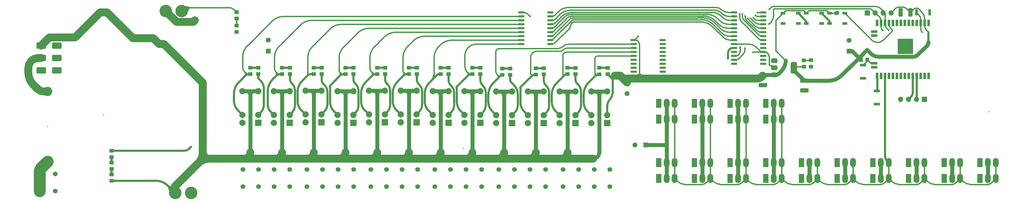
<source format=gtl>
%TF.GenerationSoftware,KiCad,Pcbnew,8.0.9*%
%TF.CreationDate,2025-02-25T23:01:13+01:00*%
%TF.ProjectId,Heizkreiscontroller,4865697a-6b72-4656-9973-636f6e74726f,rev?*%
%TF.SameCoordinates,Original*%
%TF.FileFunction,Copper,L1,Top*%
%TF.FilePolarity,Positive*%
%FSLAX46Y46*%
G04 Gerber Fmt 4.6, Leading zero omitted, Abs format (unit mm)*
G04 Created by KiCad (PCBNEW 8.0.9) date 2025-02-25 23:01:13*
%MOMM*%
%LPD*%
G01*
G04 APERTURE LIST*
G04 Aperture macros list*
%AMRoundRect*
0 Rectangle with rounded corners*
0 $1 Rounding radius*
0 $2 $3 $4 $5 $6 $7 $8 $9 X,Y pos of 4 corners*
0 Add a 4 corners polygon primitive as box body*
4,1,4,$2,$3,$4,$5,$6,$7,$8,$9,$2,$3,0*
0 Add four circle primitives for the rounded corners*
1,1,$1+$1,$2,$3*
1,1,$1+$1,$4,$5*
1,1,$1+$1,$6,$7*
1,1,$1+$1,$8,$9*
0 Add four rect primitives between the rounded corners*
20,1,$1+$1,$2,$3,$4,$5,0*
20,1,$1+$1,$4,$5,$6,$7,0*
20,1,$1+$1,$6,$7,$8,$9,0*
20,1,$1+$1,$8,$9,$2,$3,0*%
G04 Aperture macros list end*
%TA.AperFunction,ComponentPad*%
%ADD10R,1.800000X3.000000*%
%TD*%
%TA.AperFunction,ComponentPad*%
%ADD11O,1.800000X3.000000*%
%TD*%
%TA.AperFunction,SMDPad,CuDef*%
%ADD12RoundRect,0.375000X-0.625000X-0.375000X0.625000X-0.375000X0.625000X0.375000X-0.625000X0.375000X0*%
%TD*%
%TA.AperFunction,SMDPad,CuDef*%
%ADD13RoundRect,0.500000X-0.500000X-1.400000X0.500000X-1.400000X0.500000X1.400000X-0.500000X1.400000X0*%
%TD*%
%TA.AperFunction,ComponentPad*%
%ADD14R,1.600000X1.600000*%
%TD*%
%TA.AperFunction,ComponentPad*%
%ADD15C,1.600000*%
%TD*%
%TA.AperFunction,SMDPad,CuDef*%
%ADD16RoundRect,0.250000X1.100000X-0.412500X1.100000X0.412500X-1.100000X0.412500X-1.100000X-0.412500X0*%
%TD*%
%TA.AperFunction,ComponentPad*%
%ADD17C,1.524000*%
%TD*%
%TA.AperFunction,SMDPad,CuDef*%
%ADD18RoundRect,0.250000X-0.450000X0.350000X-0.450000X-0.350000X0.450000X-0.350000X0.450000X0.350000X0*%
%TD*%
%TA.AperFunction,ComponentPad*%
%ADD19R,2.000000X2.000000*%
%TD*%
%TA.AperFunction,ComponentPad*%
%ADD20C,2.000000*%
%TD*%
%TA.AperFunction,SMDPad,CuDef*%
%ADD21RoundRect,0.250000X0.450000X-0.325000X0.450000X0.325000X-0.450000X0.325000X-0.450000X-0.325000X0*%
%TD*%
%TA.AperFunction,SMDPad,CuDef*%
%ADD22RoundRect,0.250000X0.350000X0.450000X-0.350000X0.450000X-0.350000X-0.450000X0.350000X-0.450000X0*%
%TD*%
%TA.AperFunction,SMDPad,CuDef*%
%ADD23RoundRect,0.150000X0.875000X0.150000X-0.875000X0.150000X-0.875000X-0.150000X0.875000X-0.150000X0*%
%TD*%
%TA.AperFunction,ComponentPad*%
%ADD24C,4.000000*%
%TD*%
%TA.AperFunction,ComponentPad*%
%ADD25R,1.700000X1.700000*%
%TD*%
%TA.AperFunction,ComponentPad*%
%ADD26O,1.700000X1.700000*%
%TD*%
%TA.AperFunction,SMDPad,CuDef*%
%ADD27RoundRect,0.150000X-0.875000X-0.150000X0.875000X-0.150000X0.875000X0.150000X-0.875000X0.150000X0*%
%TD*%
%TA.AperFunction,SMDPad,CuDef*%
%ADD28RoundRect,0.200000X-0.800000X0.200000X-0.800000X-0.200000X0.800000X-0.200000X0.800000X0.200000X0*%
%TD*%
%TA.AperFunction,SMDPad,CuDef*%
%ADD29RoundRect,0.200000X0.200000X0.800000X-0.200000X0.800000X-0.200000X-0.800000X0.200000X-0.800000X0*%
%TD*%
%TA.AperFunction,SMDPad,CuDef*%
%ADD30RoundRect,0.090000X-0.660000X-0.360000X0.660000X-0.360000X0.660000X0.360000X-0.660000X0.360000X0*%
%TD*%
%TA.AperFunction,SMDPad,CuDef*%
%ADD31R,0.900000X2.000000*%
%TD*%
%TA.AperFunction,SMDPad,CuDef*%
%ADD32R,2.000000X0.900000*%
%TD*%
%TA.AperFunction,SMDPad,CuDef*%
%ADD33R,5.000000X5.000000*%
%TD*%
%TA.AperFunction,SMDPad,CuDef*%
%ADD34RoundRect,0.250000X-0.450000X0.325000X-0.450000X-0.325000X0.450000X-0.325000X0.450000X0.325000X0*%
%TD*%
%TA.AperFunction,ComponentPad*%
%ADD35C,3.000000*%
%TD*%
%TA.AperFunction,SMDPad,CuDef*%
%ADD36RoundRect,0.250000X0.450000X-0.350000X0.450000X0.350000X-0.450000X0.350000X-0.450000X-0.350000X0*%
%TD*%
%TA.AperFunction,ComponentPad*%
%ADD37RoundRect,0.250000X-1.250000X0.750000X-1.250000X-0.750000X1.250000X-0.750000X1.250000X0.750000X0*%
%TD*%
%TA.AperFunction,SMDPad,CuDef*%
%ADD38RoundRect,0.250000X-0.412500X-1.100000X0.412500X-1.100000X0.412500X1.100000X-0.412500X1.100000X0*%
%TD*%
%TA.AperFunction,ViaPad*%
%ADD39C,0.600000*%
%TD*%
%TA.AperFunction,Conductor*%
%ADD40C,0.381000*%
%TD*%
%TA.AperFunction,Conductor*%
%ADD41C,0.635000*%
%TD*%
%TA.AperFunction,Conductor*%
%ADD42C,2.540000*%
%TD*%
%TA.AperFunction,Conductor*%
%ADD43C,1.270000*%
%TD*%
%TA.AperFunction,Conductor*%
%ADD44C,3.810000*%
%TD*%
%ADD45C,0.300000*%
%ADD46C,0.350000*%
%ADD47O,2.200000X1.200000*%
G04 APERTURE END LIST*
D10*
%TO.P,J17,1,Pin_1*%
%TO.N,GND*%
X236220000Y-67310000D03*
X236220000Y-72390000D03*
D11*
%TO.P,J17,2,Pin_2*%
%TO.N,+3.3V*%
X238760000Y-67310000D03*
X238760000Y-72390000D03*
%TO.P,J17,3,Pin_3*%
%TO.N,ONEWIRE*%
X241300000Y-67310000D03*
X241300000Y-72390000D03*
%TD*%
D12*
%TO.P,U3,1,GND*%
%TO.N,GND*%
X261772000Y-53566700D03*
%TO.P,U3,2,VO*%
%TO.N,+3.3V*%
X261772000Y-55866700D03*
D13*
X268072000Y-55866700D03*
D12*
%TO.P,U3,3,VI*%
%TO.N,+5V*%
X261772000Y-58166700D03*
%TD*%
D10*
%TO.P,J14,1,Pin_1*%
%TO.N,GND*%
X281940000Y-86360000D03*
X281940000Y-91440000D03*
D11*
%TO.P,J14,2,Pin_2*%
%TO.N,+3.3V*%
X284480000Y-86360000D03*
X284480000Y-91440000D03*
%TO.P,J14,3,Pin_3*%
%TO.N,ONEWIRE*%
X287020000Y-86360000D03*
X287020000Y-91440000D03*
%TD*%
D14*
%TO.P,C12,1*%
%TO.N,+3.3V*%
X285750000Y-50547651D03*
D15*
%TO.P,C12,2*%
%TO.N,GND*%
X285750000Y-47047651D03*
%TD*%
D16*
%TO.P,C3,1*%
%TO.N,GND*%
X271399000Y-63144400D03*
%TO.P,C3,2*%
%TO.N,+3.3V*%
X271399000Y-60019400D03*
%TD*%
D17*
%TO.P,J3,1,Pin_1*%
%TO.N,VENT4*%
X132560000Y-88540000D03*
X132560000Y-94040000D03*
%TO.P,J3,2,Pin_2*%
%TO.N,NEUT*%
X137560000Y-88540000D03*
X137560000Y-94040000D03*
%TO.P,J3,3,Pin_3*%
%TO.N,VENT5*%
X142560000Y-88540000D03*
X142560000Y-94040000D03*
%TO.P,J3,4,Pin_4*%
%TO.N,NEUT*%
X147560000Y-88540000D03*
X147560000Y-94040000D03*
%TD*%
D18*
%TO.P,R8,1*%
%TO.N,Net-(D5-A)*%
X137160000Y-55880000D03*
%TO.P,R8,2*%
%TO.N,+5V*%
X137160000Y-57880000D03*
%TD*%
%TO.P,R9,1*%
%TO.N,Net-(D6-A)*%
X127000000Y-55880000D03*
%TO.P,R9,2*%
%TO.N,+5V*%
X127000000Y-57880000D03*
%TD*%
D16*
%TO.P,C8,1*%
%TO.N,GND*%
X258165600Y-61468000D03*
%TO.P,C8,2*%
%TO.N,+5V*%
X258165600Y-58343000D03*
%TD*%
D17*
%TO.P,J4,1,Pin_1*%
%TO.N,VENT6*%
X153060000Y-88540000D03*
X153060000Y-94040000D03*
%TO.P,J4,2,Pin_2*%
%TO.N,NEUT*%
X158060000Y-88540000D03*
X158060000Y-94040000D03*
%TO.P,J4,3,Pin_3*%
%TO.N,VENT7*%
X163060000Y-88540000D03*
X163060000Y-94040000D03*
%TO.P,J4,4,Pin_4*%
%TO.N,NEUT*%
X168060000Y-88540000D03*
X168060000Y-94040000D03*
%TD*%
D18*
%TO.P,R18,1*%
%TO.N,Net-(D14-A)*%
X49530000Y-86360000D03*
%TO.P,R18,2*%
%TO.N,Net-(R18-Pad2)*%
X49530000Y-88360000D03*
%TD*%
D19*
%TO.P,K5,1*%
%TO.N,unconnected-(K5-Pad1)*%
X187960000Y-73660000D03*
D20*
%TO.P,K5,2*%
%TO.N,+5V*%
X187960000Y-71120000D03*
%TO.P,K5,5*%
%TO.N,LINE*%
X187960000Y-63500000D03*
%TO.P,K5,6*%
X182880000Y-63500000D03*
%TO.P,K5,9*%
%TO.N,RELAIS9*%
X182880000Y-71120000D03*
%TO.P,K5,10*%
%TO.N,VENT8*%
X182880000Y-73660000D03*
%TD*%
D21*
%TO.P,D16,1,K*%
%TO.N,RELAIS11*%
X205740000Y-57955400D03*
%TO.P,D16,2,A*%
%TO.N,Net-(D16-A)*%
X205740000Y-55905400D03*
%TD*%
D18*
%TO.P,R19,1*%
%TO.N,Net-(R18-Pad2)*%
X49530000Y-90170000D03*
%TO.P,R19,2*%
%TO.N,LINE*%
X49530000Y-92170000D03*
%TD*%
D10*
%TO.P,J10,1,Pin_1*%
%TO.N,GND*%
X304800000Y-86360000D03*
X304800000Y-91440000D03*
D11*
%TO.P,J10,2,Pin_2*%
%TO.N,+3.3V*%
X307340000Y-86360000D03*
X307340000Y-91440000D03*
%TO.P,J10,3,Pin_3*%
%TO.N,ONEWIRE*%
X309880000Y-86360000D03*
X309880000Y-91440000D03*
%TD*%
D18*
%TO.P,R6,1*%
%TO.N,Net-(D3-A)*%
X157480000Y-55880000D03*
%TO.P,R6,2*%
%TO.N,+5V*%
X157480000Y-57880000D03*
%TD*%
D19*
%TO.P,K12,1*%
%TO.N,unconnected-(K12-Pad1)*%
X208280000Y-73660000D03*
D20*
%TO.P,K12,2*%
%TO.N,+5V*%
X208280000Y-71120000D03*
%TO.P,K12,5*%
%TO.N,LINE*%
X208280000Y-63500000D03*
%TO.P,K12,6*%
X203200000Y-63500000D03*
%TO.P,K12,9*%
%TO.N,RELAIS11*%
X203200000Y-71120000D03*
%TO.P,K12,10*%
%TO.N,VENT10*%
X203200000Y-73660000D03*
%TD*%
D18*
%TO.P,R17,1*%
%TO.N,Net-(D13-A)*%
X271246600Y-53499000D03*
%TO.P,R17,2*%
%TO.N,+3.3V*%
X271246600Y-55499000D03*
%TD*%
%TO.P,R7,1*%
%TO.N,Net-(D4-A)*%
X147320000Y-55880000D03*
%TO.P,R7,2*%
%TO.N,+5V*%
X147320000Y-57880000D03*
%TD*%
D19*
%TO.P,K2,1*%
%TO.N,unconnected-(K2-Pad1)*%
X137027500Y-73415000D03*
D20*
%TO.P,K2,2*%
%TO.N,+5V*%
X137027500Y-70875000D03*
%TO.P,K2,5*%
%TO.N,LINE*%
X137027500Y-63255000D03*
%TO.P,K2,6*%
X131947500Y-63255000D03*
%TO.P,K2,9*%
%TO.N,RELAIS3*%
X131947500Y-70875000D03*
%TO.P,K2,10*%
%TO.N,VENT4*%
X131947500Y-73415000D03*
%TD*%
D22*
%TO.P,R23,1*%
%TO.N,Net-(U1-IO15)*%
X291560000Y-53340000D03*
%TO.P,R23,2*%
%TO.N,+3.3V*%
X289560000Y-53340000D03*
%TD*%
D18*
%TO.P,R5,1*%
%TO.N,Net-(D2-A)*%
X167640000Y-55880000D03*
%TO.P,R5,2*%
%TO.N,+5V*%
X167640000Y-57880000D03*
%TD*%
%TO.P,R21,1*%
%TO.N,Net-(D16-A)*%
X208407000Y-55930800D03*
%TO.P,R21,2*%
%TO.N,+5V*%
X208407000Y-57930800D03*
%TD*%
D21*
%TO.P,D2,1,K*%
%TO.N,RELAIS0*%
X165100000Y-57930000D03*
%TO.P,D2,2,A*%
%TO.N,Net-(D2-A)*%
X165100000Y-55880000D03*
%TD*%
D17*
%TO.P,J21,1,Pin_1*%
%TO.N,VENT11*%
X194106800Y-88556200D03*
X194106800Y-94056200D03*
%TO.P,J21,2,Pin_2*%
%TO.N,NEUT*%
X199106800Y-88556200D03*
X199106800Y-94056200D03*
%TO.P,J21,3,Pin_3*%
%TO.N,VENT10*%
X204106800Y-88556200D03*
X204106800Y-94056200D03*
%TO.P,J21,4,Pin_4*%
%TO.N,NEUT*%
X209106800Y-88556200D03*
X209106800Y-94056200D03*
%TD*%
D10*
%TO.P,J9,1,Pin_1*%
%TO.N,GND*%
X236220000Y-86360000D03*
X236220000Y-91440000D03*
D11*
%TO.P,J9,2,Pin_2*%
%TO.N,+3.3V*%
X238760000Y-86360000D03*
X238760000Y-91440000D03*
%TO.P,J9,3,Pin_3*%
%TO.N,ONEWIRE*%
X241300000Y-86360000D03*
X241300000Y-91440000D03*
%TD*%
D23*
%TO.P,U10,1,I1*%
%TO.N,S15*%
X226060000Y-57150000D03*
%TO.P,U10,2,I2*%
%TO.N,S14*%
X226060000Y-55880000D03*
%TO.P,U10,3,I3*%
%TO.N,S13*%
X226060000Y-54610000D03*
%TO.P,U10,4,I4*%
%TO.N,S12*%
X226060000Y-53340000D03*
%TO.P,U10,5,I5*%
%TO.N,S11*%
X226060000Y-52070000D03*
%TO.P,U10,6,I6*%
%TO.N,S10*%
X226060000Y-50800000D03*
%TO.P,U10,7,I7*%
%TO.N,S9*%
X226060000Y-49530000D03*
%TO.P,U10,8,I8*%
%TO.N,S8*%
X226060000Y-48260000D03*
%TO.P,U10,9,GND*%
%TO.N,GND*%
X226060000Y-46990000D03*
%TO.P,U10,10,COM*%
%TO.N,+5V*%
X216760000Y-46990000D03*
%TO.P,U10,11,O8*%
%TO.N,RELAIS8*%
X216760000Y-48260000D03*
%TO.P,U10,12,O7*%
%TO.N,RELAIS9*%
X216760000Y-49530000D03*
%TO.P,U10,13,O6*%
%TO.N,RELAIS10*%
X216760000Y-50800000D03*
%TO.P,U10,14,O5*%
%TO.N,RELAIS11*%
X216760000Y-52070000D03*
%TO.P,U10,15,O4*%
%TO.N,RELAIS12*%
X216760000Y-53340000D03*
%TO.P,U10,16,O3*%
%TO.N,RELAIS13*%
X216760000Y-54610000D03*
%TO.P,U10,17,O2*%
%TO.N,unconnected-(U10-O2-Pad17)*%
X216760000Y-55880000D03*
%TO.P,U10,18,O1*%
%TO.N,unconnected-(U10-O1-Pad18)*%
X216760000Y-57150000D03*
%TD*%
%TO.P,U9,1,I1*%
%TO.N,S7*%
X190070000Y-48260000D03*
%TO.P,U9,2,I2*%
%TO.N,S6*%
X190070000Y-46990000D03*
%TO.P,U9,3,I3*%
%TO.N,S5*%
X190070000Y-45720000D03*
%TO.P,U9,4,I4*%
%TO.N,S4*%
X190070000Y-44450000D03*
%TO.P,U9,5,I5*%
%TO.N,S3*%
X190070000Y-43180000D03*
%TO.P,U9,6,I6*%
%TO.N,S2*%
X190070000Y-41910000D03*
%TO.P,U9,7,I7*%
%TO.N,S1*%
X190070000Y-40640000D03*
%TO.P,U9,8,I8*%
%TO.N,S0*%
X190070000Y-39370000D03*
%TO.P,U9,9,GND*%
%TO.N,GND*%
X190070000Y-38100000D03*
%TO.P,U9,10,COM*%
%TO.N,+5V*%
X180770000Y-38100000D03*
%TO.P,U9,11,O8*%
%TO.N,RELAIS7*%
X180770000Y-39370000D03*
%TO.P,U9,12,O7*%
%TO.N,RELAIS6*%
X180770000Y-40640000D03*
%TO.P,U9,13,O6*%
%TO.N,RELAIS5*%
X180770000Y-41910000D03*
%TO.P,U9,14,O5*%
%TO.N,RELAIS4*%
X180770000Y-43180000D03*
%TO.P,U9,15,O4*%
%TO.N,RELAIS3*%
X180770000Y-44450000D03*
%TO.P,U9,16,O3*%
%TO.N,RELAIS2*%
X180770000Y-45720000D03*
%TO.P,U9,17,O2*%
%TO.N,RELAIS1*%
X180770000Y-46990000D03*
%TO.P,U9,18,O1*%
%TO.N,RELAIS0*%
X180770000Y-48260000D03*
%TD*%
D10*
%TO.P,J20,1,Pin_1*%
%TO.N,GND*%
X259080000Y-67310000D03*
X259080000Y-72390000D03*
D11*
%TO.P,J20,2,Pin_2*%
%TO.N,+3.3V*%
X261620000Y-67310000D03*
X261620000Y-72390000D03*
%TO.P,J20,3,Pin_3*%
%TO.N,ONEWIRE*%
X264160000Y-67310000D03*
X264160000Y-72390000D03*
%TD*%
D10*
%TO.P,J19,1,Pin_1*%
%TO.N,GND*%
X247650000Y-67310000D03*
X247650000Y-72390000D03*
D11*
%TO.P,J19,2,Pin_2*%
%TO.N,+3.3V*%
X250190000Y-67310000D03*
X250190000Y-72390000D03*
%TO.P,J19,3,Pin_3*%
%TO.N,ONEWIRE*%
X252730000Y-67310000D03*
X252730000Y-72390000D03*
%TD*%
D24*
%TO.P,U2,1,L*%
%TO.N,LINE*%
X69884000Y-96075000D03*
%TO.P,U2,2,N*%
%TO.N,NEUT*%
X74964000Y-96075000D03*
%TO.P,U2,3,-*%
%TO.N,GND*%
X66859000Y-37667100D03*
%TO.P,U2,4,+*%
%TO.N,+5V*%
X71939000Y-37667100D03*
%TD*%
D14*
%TO.P,C11,1*%
%TO.N,+3.3V*%
X220670000Y-80645000D03*
D15*
%TO.P,C11,2*%
%TO.N,GND*%
X217170000Y-80645000D03*
%TD*%
D21*
%TO.P,D4,1,K*%
%TO.N,RELAIS2*%
X144780000Y-57930000D03*
%TO.P,D4,2,A*%
%TO.N,Net-(D4-A)*%
X144780000Y-55880000D03*
%TD*%
D18*
%TO.P,R12,1*%
%TO.N,Net-(D9-A)*%
X96520000Y-55880000D03*
%TO.P,R12,2*%
%TO.N,+5V*%
X96520000Y-57880000D03*
%TD*%
D17*
%TO.P,J1,1,Pin_1*%
%TO.N,VENT0*%
X91560000Y-88540000D03*
X91560000Y-94040000D03*
%TO.P,J1,2,Pin_2*%
%TO.N,NEUT*%
X96560000Y-88540000D03*
X96560000Y-94040000D03*
%TO.P,J1,3,Pin_3*%
%TO.N,VENT1*%
X101560000Y-88540000D03*
X101560000Y-94040000D03*
%TO.P,J1,4,Pin_4*%
%TO.N,NEUT*%
X106560000Y-88540000D03*
X106560000Y-94040000D03*
%TD*%
D14*
%TO.P,C10,1*%
%TO.N,+5V*%
X99695000Y-50490000D03*
D15*
%TO.P,C10,2*%
%TO.N,GND*%
X99695000Y-46990000D03*
%TD*%
D21*
%TO.P,D6,1,K*%
%TO.N,RELAIS4*%
X124460000Y-57930000D03*
%TO.P,D6,2,A*%
%TO.N,Net-(D6-A)*%
X124460000Y-55880000D03*
%TD*%
%TO.P,D9,1,K*%
%TO.N,RELAIS7*%
X93980000Y-57930000D03*
%TO.P,D9,2,A*%
%TO.N,Net-(D9-A)*%
X93980000Y-55880000D03*
%TD*%
D18*
%TO.P,R14,1*%
%TO.N,Net-(D11-A)*%
X187960000Y-56002500D03*
%TO.P,R14,2*%
%TO.N,+5V*%
X187960000Y-58002500D03*
%TD*%
D10*
%TO.P,J7,1,Pin_1*%
%TO.N,GND*%
X224790000Y-86360000D03*
X224790000Y-91440000D03*
D11*
%TO.P,J7,2,Pin_2*%
%TO.N,+3.3V*%
X227330000Y-86360000D03*
X227330000Y-91440000D03*
%TO.P,J7,3,Pin_3*%
%TO.N,ONEWIRE*%
X229870000Y-86360000D03*
X229870000Y-91440000D03*
%TD*%
D17*
%TO.P,J2,1,Pin_1*%
%TO.N,VENT2*%
X112060000Y-88540000D03*
X112060000Y-94040000D03*
%TO.P,J2,2,Pin_2*%
%TO.N,NEUT*%
X117060000Y-88540000D03*
X117060000Y-94040000D03*
%TO.P,J2,3,Pin_3*%
%TO.N,VENT3*%
X122060000Y-88540000D03*
X122060000Y-94040000D03*
%TO.P,J2,4,Pin_4*%
%TO.N,NEUT*%
X127060000Y-88540000D03*
X127060000Y-94040000D03*
%TD*%
D21*
%TO.P,D8,1,K*%
%TO.N,RELAIS6*%
X104140000Y-57930000D03*
%TO.P,D8,2,A*%
%TO.N,Net-(D8-A)*%
X104140000Y-55880000D03*
%TD*%
D25*
%TO.P,J22,1,Pin_1*%
%TO.N,GND*%
X309880000Y-66040000D03*
D26*
%TO.P,J22,2,Pin_2*%
%TO.N,TX*%
X307340000Y-66040000D03*
%TO.P,J22,3,Pin_3*%
%TO.N,RX*%
X304800000Y-66040000D03*
%TO.P,J22,4,Pin_4*%
%TO.N,+3.3V*%
X302260000Y-66040000D03*
%TD*%
D27*
%TO.P,U8,1,GPB0*%
%TO.N,S0*%
X248920000Y-38100000D03*
%TO.P,U8,2,GPB1*%
%TO.N,S1*%
X248920000Y-39370000D03*
%TO.P,U8,3,GPB2*%
%TO.N,S2*%
X248920000Y-40640000D03*
%TO.P,U8,4,GPB3*%
%TO.N,S3*%
X248920000Y-41910000D03*
%TO.P,U8,5,GPB4*%
%TO.N,S4*%
X248920000Y-43180000D03*
%TO.P,U8,6,GPB5*%
%TO.N,S5*%
X248920000Y-44450000D03*
%TO.P,U8,7,GPB6*%
%TO.N,S6*%
X248920000Y-45720000D03*
%TO.P,U8,8,GPB7*%
%TO.N,S7*%
X248920000Y-46990000D03*
%TO.P,U8,9,VDD*%
%TO.N,+3.3V*%
X248920000Y-48260000D03*
%TO.P,U8,10,VSS*%
%TO.N,GND*%
X248920000Y-49530000D03*
%TO.P,U8,11,NC*%
%TO.N,unconnected-(U8-NC-Pad11)*%
X248920000Y-50800000D03*
%TO.P,U8,12,SCK*%
%TO.N,SCL*%
X248920000Y-52070000D03*
%TO.P,U8,13,SDA*%
%TO.N,SDA*%
X248920000Y-53340000D03*
%TO.P,U8,14,NC*%
%TO.N,unconnected-(U8-NC-Pad14)*%
X248920000Y-54610000D03*
%TO.P,U8,15,A0*%
%TO.N,GND*%
X258220000Y-54610000D03*
%TO.P,U8,16,A1*%
X258220000Y-53340000D03*
%TO.P,U8,17,A2*%
X258220000Y-52070000D03*
%TO.P,U8,18,~{RESET}*%
%TO.N,+3.3V*%
X258220000Y-50800000D03*
%TO.P,U8,19,INTB*%
%TO.N,unconnected-(U8-INTB-Pad19)*%
X258220000Y-49530000D03*
%TO.P,U8,20,INTA*%
%TO.N,unconnected-(U8-INTA-Pad20)*%
X258220000Y-48260000D03*
%TO.P,U8,21,GPA0*%
%TO.N,S8*%
X258220000Y-46990000D03*
%TO.P,U8,22,GPA1*%
%TO.N,S9*%
X258220000Y-45720000D03*
%TO.P,U8,23,GPA2*%
%TO.N,S10*%
X258220000Y-44450000D03*
%TO.P,U8,24,GPA3*%
%TO.N,S11*%
X258220000Y-43180000D03*
%TO.P,U8,25,GPA4*%
%TO.N,S12*%
X258220000Y-41910000D03*
%TO.P,U8,26,GPA5*%
%TO.N,S13*%
X258220000Y-40640000D03*
%TO.P,U8,27,GPA6*%
%TO.N,S14*%
X258220000Y-39370000D03*
%TO.P,U8,28,GPA7*%
%TO.N,S15*%
X258220000Y-38100000D03*
%TD*%
D10*
%TO.P,J8,1,Pin_1*%
%TO.N,GND*%
X247650000Y-86360000D03*
X247650000Y-91440000D03*
D11*
%TO.P,J8,2,Pin_2*%
%TO.N,+3.3V*%
X250190000Y-86360000D03*
X250190000Y-91440000D03*
%TO.P,J8,3,Pin_3*%
%TO.N,ONEWIRE*%
X252730000Y-86360000D03*
X252730000Y-91440000D03*
%TD*%
D18*
%TO.P,R13,1*%
%TO.N,Net-(D10-A)*%
X177200000Y-56125000D03*
%TO.P,R13,2*%
%TO.N,+5V*%
X177200000Y-58125000D03*
%TD*%
D19*
%TO.P,K9,1*%
%TO.N,unconnected-(K9-Pad1)*%
X106547500Y-73537500D03*
D20*
%TO.P,K9,2*%
%TO.N,+5V*%
X106547500Y-70997500D03*
%TO.P,K9,5*%
%TO.N,LINE*%
X106547500Y-63377500D03*
%TO.P,K9,6*%
X101467500Y-63377500D03*
%TO.P,K9,9*%
%TO.N,RELAIS6*%
X101467500Y-70997500D03*
%TO.P,K9,10*%
%TO.N,VENT1*%
X101467500Y-73537500D03*
%TD*%
D19*
%TO.P,K6,1*%
%TO.N,unconnected-(K6-Pad1)*%
X167640000Y-73537500D03*
D20*
%TO.P,K6,2*%
%TO.N,+5V*%
X167640000Y-70997500D03*
%TO.P,K6,5*%
%TO.N,LINE*%
X167640000Y-63377500D03*
%TO.P,K6,6*%
X162560000Y-63377500D03*
%TO.P,K6,9*%
%TO.N,RELAIS0*%
X162560000Y-70997500D03*
%TO.P,K6,10*%
%TO.N,VENT7*%
X162560000Y-73537500D03*
%TD*%
D28*
%TO.P,SW4,1,1*%
%TO.N,Net-(U1-IO15)*%
X290195000Y-55050000D03*
%TO.P,SW4,2,2*%
%TO.N,GND*%
X290195000Y-59250000D03*
%TD*%
D29*
%TO.P,SW2,1,1*%
%TO.N,GND*%
X311540000Y-38100000D03*
%TO.P,SW2,2,2*%
%TO.N,Net-(U1-EN)*%
X307340000Y-38100000D03*
%TD*%
D18*
%TO.P,R11,1*%
%TO.N,Net-(D8-A)*%
X106680000Y-55880000D03*
%TO.P,R11,2*%
%TO.N,+5V*%
X106680000Y-57880000D03*
%TD*%
D10*
%TO.P,J16,1,Pin_1*%
%TO.N,GND*%
X327660000Y-86360000D03*
X327660000Y-91440000D03*
D11*
%TO.P,J16,2,Pin_2*%
%TO.N,+3.3V*%
X330200000Y-86360000D03*
X330200000Y-91440000D03*
%TO.P,J16,3,Pin_3*%
%TO.N,ONEWIRE*%
X332740000Y-86360000D03*
X332740000Y-91440000D03*
%TD*%
D21*
%TO.P,D15,1,K*%
%TO.N,RELAIS10*%
X195580000Y-57930000D03*
%TO.P,D15,2,A*%
%TO.N,Net-(D15-A)*%
X195580000Y-55880000D03*
%TD*%
D10*
%TO.P,J15,1,Pin_1*%
%TO.N,GND*%
X293370000Y-86360000D03*
X293370000Y-91440000D03*
D11*
%TO.P,J15,2,Pin_2*%
%TO.N,+3.3V*%
X295910000Y-86360000D03*
X295910000Y-91440000D03*
%TO.P,J15,3,Pin_3*%
%TO.N,ONEWIRE*%
X298450000Y-86360000D03*
X298450000Y-91440000D03*
%TD*%
D21*
%TO.P,D10,1,K*%
%TO.N,RELAIS8*%
X174660000Y-58175000D03*
%TO.P,D10,2,A*%
%TO.N,Net-(D10-A)*%
X174660000Y-56125000D03*
%TD*%
D19*
%TO.P,K10,1*%
%TO.N,unconnected-(K10-Pad1)*%
X177800000Y-73660000D03*
D20*
%TO.P,K10,2*%
%TO.N,+5V*%
X177800000Y-71120000D03*
%TO.P,K10,5*%
%TO.N,LINE*%
X177800000Y-63500000D03*
%TO.P,K10,6*%
X172720000Y-63500000D03*
%TO.P,K10,9*%
%TO.N,RELAIS8*%
X172720000Y-71120000D03*
%TO.P,K10,10*%
%TO.N,VENT9*%
X172720000Y-73660000D03*
%TD*%
D19*
%TO.P,K11,1*%
%TO.N,unconnected-(K11-Pad1)*%
X198120000Y-73660000D03*
D20*
%TO.P,K11,2*%
%TO.N,+5V*%
X198120000Y-71120000D03*
%TO.P,K11,5*%
%TO.N,LINE*%
X198120000Y-63500000D03*
%TO.P,K11,6*%
X193040000Y-63500000D03*
%TO.P,K11,9*%
%TO.N,RELAIS10*%
X193040000Y-71120000D03*
%TO.P,K11,10*%
%TO.N,VENT11*%
X193040000Y-73660000D03*
%TD*%
D10*
%TO.P,J12,1,Pin_1*%
%TO.N,GND*%
X270510000Y-86360000D03*
X270510000Y-91440000D03*
D11*
%TO.P,J12,2,Pin_2*%
%TO.N,+3.3V*%
X273050000Y-86360000D03*
X273050000Y-91440000D03*
%TO.P,J12,3,Pin_3*%
%TO.N,ONEWIRE*%
X275590000Y-86360000D03*
X275590000Y-91440000D03*
%TD*%
D30*
%TO.P,D1,1,VDD*%
%TO.N,+5V*%
X279490000Y-38355000D03*
%TO.P,D1,2,DOUT*%
%TO.N,Net-(D1-DOUT)*%
X279490000Y-41655000D03*
%TO.P,D1,3,VSS*%
%TO.N,GND*%
X284390000Y-41655000D03*
%TO.P,D1,4,DIN*%
%TO.N,NEOPIXEL*%
X284390000Y-38355000D03*
%TD*%
D31*
%TO.P,U1,1,GND*%
%TO.N,GND*%
X311250000Y-41500000D03*
%TO.P,U1,2,VDD*%
%TO.N,+3.3V*%
X309980000Y-41500000D03*
%TO.P,U1,3,EN*%
%TO.N,Net-(U1-EN)*%
X308710000Y-41500000D03*
%TO.P,U1,4,SENSOR_VP*%
%TO.N,unconnected-(U1-SENSOR_VP-Pad4)*%
X307440000Y-41500000D03*
%TO.P,U1,5,SENSOR_VN*%
%TO.N,unconnected-(U1-SENSOR_VN-Pad5)*%
X306170000Y-41500000D03*
%TO.P,U1,6,IO34*%
%TO.N,unconnected-(U1-IO34-Pad6)*%
X304900000Y-41500000D03*
%TO.P,U1,7,IO35*%
%TO.N,unconnected-(U1-IO35-Pad7)*%
X303630000Y-41500000D03*
%TO.P,U1,8,IO32*%
%TO.N,unconnected-(U1-IO32-Pad8)*%
X302360000Y-41500000D03*
%TO.P,U1,9,IO33*%
%TO.N,unconnected-(U1-IO33-Pad9)*%
X301090000Y-41500000D03*
%TO.P,U1,10,IO25*%
%TO.N,unconnected-(U1-IO25-Pad10)*%
X299820000Y-41500000D03*
%TO.P,U1,11,IO26*%
%TO.N,NEOPIXEL*%
X298550000Y-41500000D03*
%TO.P,U1,12,IO27*%
%TO.N,SCL*%
X297280000Y-41500000D03*
%TO.P,U1,13,IO14*%
%TO.N,SDA*%
X296010000Y-41500000D03*
%TO.P,U1,14,IO12*%
%TO.N,unconnected-(U1-IO12-Pad14)*%
X294740000Y-41500000D03*
D32*
%TO.P,U1,15,GND*%
%TO.N,GND*%
X293740000Y-44285000D03*
%TO.P,U1,16,IO13*%
%TO.N,unconnected-(U1-IO13-Pad16)*%
X293740000Y-45555000D03*
%TO.P,U1,23,IO15*%
%TO.N,Net-(U1-IO15)*%
X293740000Y-54445000D03*
%TO.P,U1,24,IO2*%
%TO.N,unconnected-(U1-IO2-Pad24)*%
X293740000Y-55715000D03*
D31*
%TO.P,U1,25,IO0*%
%TO.N,Net-(U1-IO0)*%
X294740000Y-58500000D03*
%TO.P,U1,26,IO4*%
%TO.N,unconnected-(U1-IO4-Pad26)*%
X296010000Y-58500000D03*
%TO.P,U1,27,IO16*%
%TO.N,ONEWIRE*%
X297280000Y-58500000D03*
%TO.P,U1,28,IO17*%
%TO.N,unconnected-(U1-IO17-Pad28)*%
X298550000Y-58500000D03*
%TO.P,U1,29,IO5*%
%TO.N,unconnected-(U1-IO5-Pad29)*%
X299820000Y-58500000D03*
%TO.P,U1,30,IO18*%
%TO.N,unconnected-(U1-IO18-Pad30)*%
X301090000Y-58500000D03*
%TO.P,U1,31,IO19*%
%TO.N,unconnected-(U1-IO19-Pad31)*%
X302360000Y-58500000D03*
%TO.P,U1,32,NC*%
%TO.N,unconnected-(U1-NC-Pad32)*%
X303630000Y-58500000D03*
%TO.P,U1,33,IO21*%
%TO.N,unconnected-(U1-IO21-Pad33)*%
X304900000Y-58500000D03*
%TO.P,U1,34,RXD0/IO3*%
%TO.N,RX*%
X306170000Y-58500000D03*
%TO.P,U1,35,TXD0/IO1*%
%TO.N,TX*%
X307440000Y-58500000D03*
%TO.P,U1,36,IO22*%
%TO.N,unconnected-(U1-IO22-Pad36)*%
X308710000Y-58500000D03*
%TO.P,U1,37,IO23*%
%TO.N,unconnected-(U1-IO23-Pad37)*%
X309980000Y-58500000D03*
%TO.P,U1,38,GND*%
%TO.N,GND*%
X311250000Y-58500000D03*
D33*
%TO.P,U1,39,GND*%
X303750000Y-49000000D03*
%TD*%
D21*
%TO.P,D7,1,K*%
%TO.N,RELAIS5*%
X114300000Y-57930000D03*
%TO.P,D7,2,A*%
%TO.N,Net-(D7-A)*%
X114300000Y-55880000D03*
%TD*%
%TO.P,D5,1,K*%
%TO.N,RELAIS3*%
X134620000Y-57930000D03*
%TO.P,D5,2,A*%
%TO.N,Net-(D5-A)*%
X134620000Y-55880000D03*
%TD*%
D10*
%TO.P,J13,1,Pin_1*%
%TO.N,GND*%
X316230000Y-86360000D03*
X316230000Y-91440000D03*
D11*
%TO.P,J13,2,Pin_2*%
%TO.N,+3.3V*%
X318770000Y-86360000D03*
X318770000Y-91440000D03*
%TO.P,J13,3,Pin_3*%
%TO.N,ONEWIRE*%
X321310000Y-86360000D03*
X321310000Y-91440000D03*
%TD*%
D17*
%TO.P,J6,1,Pin_1*%
%TO.N,Net-(J6-Pin_1)*%
X26500000Y-90000000D03*
X26500000Y-95500000D03*
%TO.P,J6,2,Pin_2*%
%TO.N,Net-(J6-Pin_2)*%
X31500000Y-90000000D03*
X31500000Y-95500000D03*
%TD*%
D10*
%TO.P,J18,1,Pin_1*%
%TO.N,GND*%
X224790000Y-67310000D03*
X224790000Y-72390000D03*
D11*
%TO.P,J18,2,Pin_2*%
%TO.N,+3.3V*%
X227330000Y-67310000D03*
X227330000Y-72390000D03*
%TO.P,J18,3,Pin_3*%
%TO.N,ONEWIRE*%
X229870000Y-67310000D03*
X229870000Y-72390000D03*
%TD*%
D25*
%TO.P,J23,1,Pin_1*%
%TO.N,GND*%
X291541200Y-38252400D03*
D26*
%TO.P,J23,2,Pin_2*%
%TO.N,SDA*%
X294081200Y-38252400D03*
%TO.P,J23,3,Pin_3*%
%TO.N,SCL*%
X296621200Y-38252400D03*
%TO.P,J23,4,Pin_4*%
%TO.N,+3.3V*%
X299161200Y-38252400D03*
%TD*%
D18*
%TO.P,R10,1*%
%TO.N,Net-(D7-A)*%
X116840000Y-55880000D03*
%TO.P,R10,2*%
%TO.N,+5V*%
X116840000Y-57880000D03*
%TD*%
D14*
%TO.P,C9,1*%
%TO.N,+5V*%
X214630000Y-60635000D03*
D15*
%TO.P,C9,2*%
%TO.N,GND*%
X214630000Y-64135000D03*
%TD*%
D19*
%TO.P,K1,1*%
%TO.N,unconnected-(K1-Pad1)*%
X157480000Y-73537500D03*
D20*
%TO.P,K1,2*%
%TO.N,+5V*%
X157480000Y-70997500D03*
%TO.P,K1,5*%
%TO.N,LINE*%
X157480000Y-63377500D03*
%TO.P,K1,6*%
X152400000Y-63377500D03*
%TO.P,K1,9*%
%TO.N,RELAIS1*%
X152400000Y-70997500D03*
%TO.P,K1,10*%
%TO.N,VENT6*%
X152400000Y-73537500D03*
%TD*%
D19*
%TO.P,K3,1*%
%TO.N,unconnected-(K3-Pad1)*%
X116707500Y-73415000D03*
D20*
%TO.P,K3,2*%
%TO.N,+5V*%
X116707500Y-70875000D03*
%TO.P,K3,5*%
%TO.N,LINE*%
X116707500Y-63255000D03*
%TO.P,K3,6*%
X111627500Y-63255000D03*
%TO.P,K3,9*%
%TO.N,RELAIS5*%
X111627500Y-70875000D03*
%TO.P,K3,10*%
%TO.N,VENT2*%
X111627500Y-73415000D03*
%TD*%
D10*
%TO.P,J11,1,Pin_1*%
%TO.N,GND*%
X259080000Y-86360000D03*
X259080000Y-91440000D03*
D11*
%TO.P,J11,2,Pin_2*%
%TO.N,+3.3V*%
X261620000Y-86360000D03*
X261620000Y-91440000D03*
%TO.P,J11,3,Pin_3*%
%TO.N,ONEWIRE*%
X264160000Y-86360000D03*
X264160000Y-91440000D03*
%TD*%
D21*
%TO.P,D3,1,K*%
%TO.N,RELAIS1*%
X154940000Y-57930000D03*
%TO.P,D3,2,A*%
%TO.N,Net-(D3-A)*%
X154940000Y-55880000D03*
%TD*%
D19*
%TO.P,K8,1*%
%TO.N,unconnected-(K8-Pad1)*%
X127000000Y-73537500D03*
D20*
%TO.P,K8,2*%
%TO.N,+5V*%
X127000000Y-70997500D03*
%TO.P,K8,5*%
%TO.N,LINE*%
X127000000Y-63377500D03*
%TO.P,K8,6*%
X121920000Y-63377500D03*
%TO.P,K8,9*%
%TO.N,RELAIS4*%
X121920000Y-70997500D03*
%TO.P,K8,10*%
%TO.N,VENT3*%
X121920000Y-73537500D03*
%TD*%
D17*
%TO.P,J5,1,Pin_1*%
%TO.N,VENT9*%
X173560000Y-88540000D03*
X173560000Y-94040000D03*
%TO.P,J5,2,Pin_2*%
%TO.N,NEUT*%
X178560000Y-88540000D03*
X178560000Y-94040000D03*
%TO.P,J5,3,Pin_3*%
%TO.N,VENT8*%
X183560000Y-88540000D03*
X183560000Y-94040000D03*
%TO.P,J5,4,Pin_4*%
%TO.N,NEUT*%
X188560000Y-88540000D03*
X188560000Y-94040000D03*
%TD*%
D30*
%TO.P,D17,1,VDD*%
%TO.N,+5V*%
X272059400Y-38355000D03*
%TO.P,D17,2,DOUT*%
%TO.N,Net-(D17-DOUT)*%
X272059400Y-41655000D03*
%TO.P,D17,3,VSS*%
%TO.N,GND*%
X276959400Y-41655000D03*
%TO.P,D17,4,DIN*%
%TO.N,Net-(D1-DOUT)*%
X276959400Y-38355000D03*
%TD*%
%TO.P,D18,1,VDD*%
%TO.N,+5V*%
X264594000Y-38356000D03*
%TO.P,D18,2,DOUT*%
%TO.N,unconnected-(D18-DOUT-Pad2)*%
X264594000Y-41656000D03*
%TO.P,D18,3,VSS*%
%TO.N,GND*%
X269494000Y-41656000D03*
%TO.P,D18,4,DIN*%
%TO.N,Net-(D17-DOUT)*%
X269494000Y-38356000D03*
%TD*%
D28*
%TO.P,SW3,1,1*%
%TO.N,Net-(U1-IO0)*%
X294640000Y-63305000D03*
%TO.P,SW3,2,2*%
%TO.N,GND*%
X294640000Y-67505000D03*
%TD*%
D34*
%TO.P,D14,1,K*%
%TO.N,NEUT*%
X49530000Y-82500000D03*
%TO.P,D14,2,A*%
%TO.N,Net-(D14-A)*%
X49530000Y-84550000D03*
%TD*%
D21*
%TO.P,D13,1,K*%
%TO.N,GND*%
X273507200Y-55482600D03*
%TO.P,D13,2,A*%
%TO.N,Net-(D13-A)*%
X273507200Y-53432600D03*
%TD*%
%TO.P,D11,1,K*%
%TO.N,RELAIS9*%
X185420000Y-58052500D03*
%TO.P,D11,2,A*%
%TO.N,Net-(D11-A)*%
X185420000Y-56002500D03*
%TD*%
D18*
%TO.P,R20,1*%
%TO.N,Net-(D15-A)*%
X198120000Y-55930800D03*
%TO.P,R20,2*%
%TO.N,+5V*%
X198120000Y-57930800D03*
%TD*%
D35*
%TO.P,F1,1*%
%TO.N,Net-(F1-Pad1)*%
X29000000Y-63500000D03*
%TO.P,F1,2*%
%TO.N,Net-(J6-Pin_1)*%
X29000000Y-86000000D03*
%TD*%
D19*
%TO.P,K4,1*%
%TO.N,unconnected-(K4-Pad1)*%
X96520000Y-73537500D03*
D20*
%TO.P,K4,2*%
%TO.N,+5V*%
X96520000Y-70997500D03*
%TO.P,K4,5*%
%TO.N,LINE*%
X96520000Y-63377500D03*
%TO.P,K4,6*%
X91440000Y-63377500D03*
%TO.P,K4,9*%
%TO.N,RELAIS7*%
X91440000Y-70997500D03*
%TO.P,K4,10*%
%TO.N,VENT0*%
X91440000Y-73537500D03*
%TD*%
D21*
%TO.P,D12,1,K*%
%TO.N,GND*%
X89535000Y-44355000D03*
%TO.P,D12,2,A*%
%TO.N,Net-(D12-A)*%
X89535000Y-42305000D03*
%TD*%
D36*
%TO.P,R16,1*%
%TO.N,Net-(D12-A)*%
X89535000Y-40005000D03*
%TO.P,R16,2*%
%TO.N,+5V*%
X89535000Y-38005000D03*
%TD*%
D37*
%TO.P,SW1,1,A*%
%TO.N,NEUT*%
X32000000Y-48750000D03*
%TO.P,SW1,2,B*%
%TO.N,Net-(J6-Pin_2)*%
X32000000Y-52750000D03*
%TO.P,SW1,3,C*%
%TO.N,unconnected-(SW1-C-Pad3)*%
X32000000Y-56750000D03*
%TO.P,SW1,4,A*%
%TO.N,LINE*%
X27000000Y-48750000D03*
%TO.P,SW1,5,B*%
%TO.N,Net-(F1-Pad1)*%
X27000000Y-52750000D03*
%TO.P,SW1,6,C*%
%TO.N,unconnected-(SW1-C-Pad6)*%
X27000000Y-56750000D03*
%TD*%
D19*
%TO.P,K7,1*%
%TO.N,unconnected-(K7-Pad1)*%
X147187500Y-73415000D03*
D20*
%TO.P,K7,2*%
%TO.N,+5V*%
X147187500Y-70875000D03*
%TO.P,K7,5*%
%TO.N,LINE*%
X147187500Y-63255000D03*
%TO.P,K7,6*%
X142107500Y-63255000D03*
%TO.P,K7,9*%
%TO.N,RELAIS2*%
X142107500Y-70875000D03*
%TO.P,K7,10*%
%TO.N,VENT5*%
X142107500Y-73415000D03*
%TD*%
D38*
%TO.P,C4,1*%
%TO.N,GND*%
X302260000Y-38100000D03*
%TO.P,C4,2*%
%TO.N,+3.3V*%
X305385000Y-38100000D03*
%TD*%
D39*
%TO.N,Net-(U1-EN)*%
X309150000Y-44450000D03*
%TO.N,Net-(U1-IO0)*%
X294740000Y-58500000D03*
%TO.N,GND*%
X293740000Y-44285000D03*
X269494000Y-41656000D03*
X258220000Y-53340000D03*
X302260000Y-38100000D03*
X303750000Y-49000000D03*
X75565000Y-41140863D03*
X89535000Y-44355000D03*
X261772000Y-53566700D03*
X76200000Y-40640000D03*
X190070000Y-38100000D03*
X258220000Y-52070000D03*
X311250000Y-58500000D03*
X311250000Y-41500000D03*
X276959400Y-41655000D03*
X246964200Y-52933600D03*
X284390000Y-41655000D03*
X294640000Y-67505000D03*
X290195000Y-59250000D03*
X273507200Y-55482600D03*
X258220000Y-54610000D03*
X271399000Y-63144400D03*
X311540000Y-38100000D03*
X258165600Y-61468000D03*
X226060000Y-46990000D03*
%TO.N,NEUT*%
X74964000Y-81280000D03*
%TO.N,+3.3V*%
X311150000Y-44450000D03*
X311100000Y-47625000D03*
X268072000Y-55956200D03*
X255016000Y-50913900D03*
X291490400Y-50139600D03*
X261772000Y-55866700D03*
%TO.N,+5V*%
X167640000Y-59131200D03*
X127000000Y-59309000D03*
X183565000Y-39370000D03*
X147320000Y-59182000D03*
X187960000Y-59258200D03*
X210693000Y-58445400D03*
X198120000Y-59131200D03*
X209769200Y-59293000D03*
X212471000Y-58445400D03*
X137160000Y-59359800D03*
X177200000Y-59385200D03*
X281940000Y-38150000D03*
X96520000Y-59182000D03*
X157480000Y-59182000D03*
X116840000Y-59359800D03*
X106680000Y-59080400D03*
X218147500Y-45720000D03*
%TO.N,SCL*%
X298450000Y-43815000D03*
X250850400Y-49276000D03*
X260197600Y-37058600D03*
%TO.N,SDA*%
X260096000Y-41808400D03*
X252349000Y-49606200D03*
X296545000Y-43815000D03*
%TO.N,ONEWIRE*%
X297280000Y-58500000D03*
%TO.N,S9*%
X251561600Y-38633400D03*
X226060000Y-49530000D03*
%TO.N,S11*%
X253239384Y-39930184D03*
X226060000Y-52070000D03*
%TO.N,S13*%
X255057400Y-39827200D03*
X226060000Y-54610000D03*
%TO.N,S15*%
X256438400Y-38176200D03*
X226060000Y-57150000D03*
%TO.N,S12*%
X254182695Y-39963389D03*
X226060000Y-53340000D03*
%TO.N,S8*%
X250672600Y-38557200D03*
X226060000Y-48260000D03*
%TO.N,S14*%
X255747900Y-39039800D03*
X226060000Y-55880000D03*
%TO.N,S10*%
X252456148Y-39268165D03*
X226060000Y-50800000D03*
%TD*%
D40*
%TO.N,Net-(U1-EN)*%
X308710000Y-43698873D02*
X308710000Y-41500000D01*
X308930000Y-44230000D02*
X309150000Y-44450000D01*
X308025000Y-38785000D02*
X307340000Y-38100000D01*
X308710000Y-40438736D02*
X308710000Y-41500000D01*
X308710000Y-43698873D02*
G75*
G03*
X308929992Y-44230008I751100J-27D01*
G01*
X308025000Y-38785000D02*
G75*
G02*
X308709985Y-40438736I-1653700J-1653700D01*
G01*
D41*
%TO.N,Net-(U1-IO0)*%
X294835000Y-58662175D02*
X294835000Y-63500000D01*
X294787500Y-58547500D02*
X294740000Y-58500000D01*
X294787500Y-58547500D02*
G75*
G02*
X294835010Y-58662175I-114700J-114700D01*
G01*
%TO.N,TX*%
X307440000Y-65869289D02*
X307440000Y-58500000D01*
X307390000Y-65990000D02*
X307340000Y-66040000D01*
X307440000Y-65869289D02*
G75*
G02*
X307390003Y-65990003I-170700J-11D01*
G01*
%TO.N,RX*%
X305485000Y-65355000D02*
X304800000Y-66040000D01*
X306170000Y-63701263D02*
X306170000Y-58500000D01*
X306170000Y-63701263D02*
G75*
G02*
X305485011Y-65355011I-2338700J-37D01*
G01*
%TO.N,GND*%
X246964200Y-51118976D02*
X246964200Y-52933600D01*
D42*
X70332763Y-41140863D02*
X75565000Y-41140863D01*
X75565000Y-41140863D02*
X75699137Y-41140863D01*
D41*
X247532608Y-49892391D02*
X247429600Y-49995400D01*
X248407500Y-49530000D02*
X248920000Y-49530000D01*
D42*
X66859000Y-37667100D02*
X70332763Y-41140863D01*
X75699137Y-41140863D02*
X76200000Y-40640000D01*
D41*
X247429600Y-49995400D02*
G75*
G03*
X246964190Y-51118976I1123600J-1123600D01*
G01*
X248407500Y-49530000D02*
G75*
G03*
X247532605Y-49892388I0J-1237300D01*
G01*
D42*
%TO.N,LINE*%
X64770000Y-48260000D02*
X62910000Y-46400000D01*
D43*
X163830000Y-63377500D02*
X166370000Y-63377500D01*
D42*
X177259998Y-85090000D02*
X173260001Y-85090000D01*
D43*
X143576250Y-63255000D02*
X142107500Y-63255000D01*
D42*
X106139998Y-85090000D02*
X102140001Y-85090000D01*
X163100001Y-85090000D02*
X156939998Y-85090000D01*
X173260001Y-85090000D02*
X167099998Y-85090000D01*
D43*
X194310000Y-63500000D02*
X196850000Y-63500000D01*
X195580000Y-83090001D02*
X195580000Y-64770000D01*
X144780000Y-83090001D02*
X144780000Y-64458750D01*
X115503750Y-63255000D02*
X116707500Y-63255000D01*
X176530000Y-63500000D02*
X177800000Y-63500000D01*
D42*
X95979998Y-85090000D02*
X91980001Y-85090000D01*
X197579998Y-85090000D02*
X203740001Y-85090000D01*
X197579998Y-85090000D02*
X193580001Y-85090000D01*
X193580001Y-85090000D02*
X187419998Y-85090000D01*
X78740000Y-60719897D02*
X66280103Y-48260000D01*
D43*
X184150000Y-63500000D02*
X182880000Y-63500000D01*
D42*
X146779998Y-85090000D02*
X142780001Y-85090000D01*
X48088942Y-38100000D02*
X45838153Y-38100000D01*
X126459998Y-85090000D02*
X132620001Y-85090000D01*
X56388942Y-46400000D02*
X48088942Y-38100000D01*
D43*
X123190000Y-63377500D02*
X125730000Y-63377500D01*
D42*
X116299998Y-85090000D02*
X112300001Y-85090000D01*
D43*
X133416250Y-63255000D02*
X135823750Y-63255000D01*
D42*
X78740000Y-83090001D02*
X78740000Y-60719897D01*
D43*
X204470000Y-63500000D02*
X203200000Y-63500000D01*
X114300000Y-83090001D02*
X114300000Y-64458750D01*
X163830000Y-63377500D02*
X162560000Y-63377500D01*
D42*
X102140001Y-85090000D02*
X95979998Y-85090000D01*
D43*
X123190000Y-63377500D02*
X121920000Y-63377500D01*
X102936250Y-63377500D02*
X105343750Y-63377500D01*
X186690000Y-63500000D02*
X187960000Y-63500000D01*
D42*
X142780001Y-85090000D02*
X136619998Y-85090000D01*
D43*
X113096250Y-63255000D02*
X111627500Y-63255000D01*
X156210000Y-63377500D02*
X157480000Y-63377500D01*
X165100000Y-64647500D02*
X165100000Y-83090001D01*
D42*
X29619903Y-46130097D02*
X27000000Y-48750000D01*
D43*
X153670000Y-63377500D02*
X152400000Y-63377500D01*
D42*
X167099998Y-85090000D02*
X163100001Y-85090000D01*
D43*
X105343750Y-63377500D02*
X106547500Y-63377500D01*
D42*
X136619998Y-85090000D02*
X132620001Y-85090000D01*
D43*
X102936250Y-63377500D02*
X101467500Y-63377500D01*
X194310000Y-63500000D02*
X193040000Y-63500000D01*
D42*
X37808056Y-46130097D02*
X29619903Y-46130097D01*
D43*
X134620000Y-64458750D02*
X134620000Y-83090001D01*
D42*
X106139998Y-85090000D02*
X112300001Y-85090000D01*
D43*
X173990000Y-63500000D02*
X172720000Y-63500000D01*
D42*
X126459998Y-85090000D02*
X122460001Y-85090000D01*
X66280103Y-48260000D02*
X64770000Y-48260000D01*
D43*
X133416250Y-63255000D02*
X131947500Y-63255000D01*
X205740000Y-64770000D02*
X205740000Y-83090001D01*
X184150000Y-63500000D02*
X186690000Y-63500000D01*
X154940000Y-83090001D02*
X154940000Y-64647500D01*
X207010000Y-63500000D02*
X208280000Y-63500000D01*
D42*
X156939998Y-85090000D02*
X152940001Y-85090000D01*
D43*
X104140000Y-83090001D02*
X104140000Y-64581250D01*
X92710000Y-63377500D02*
X91440000Y-63377500D01*
D42*
X122460001Y-85090000D02*
X116299998Y-85090000D01*
D43*
X92710000Y-63377500D02*
X95250000Y-63377500D01*
X153670000Y-63377500D02*
X156210000Y-63377500D01*
D42*
X177259998Y-85090000D02*
X183420001Y-85090000D01*
D43*
X204470000Y-63500000D02*
X207010000Y-63500000D01*
X175260000Y-83090001D02*
X175260000Y-64770000D01*
D42*
X45838153Y-38100000D02*
X37808056Y-46130097D01*
D43*
X124460000Y-83090001D02*
X124460000Y-64647500D01*
D42*
X69884000Y-96075000D02*
X69884000Y-94038041D01*
D41*
X67572792Y-93763792D02*
X69884000Y-96075000D01*
D43*
X95250000Y-63377500D02*
X96520000Y-63377500D01*
D41*
X63725036Y-92170000D02*
X49530000Y-92170000D01*
D43*
X173990000Y-63500000D02*
X176530000Y-63500000D01*
X113096250Y-63255000D02*
X115503750Y-63255000D01*
X145983750Y-63255000D02*
X147187500Y-63255000D01*
D42*
X187419998Y-85090000D02*
X183420001Y-85090000D01*
X62910000Y-46400000D02*
X56388942Y-46400000D01*
X77325787Y-86504212D02*
X69867000Y-93963000D01*
D43*
X135823750Y-63255000D02*
X137027500Y-63255000D01*
X93980000Y-64647500D02*
X93980000Y-83090001D01*
D42*
X146779998Y-85090000D02*
X152940001Y-85090000D01*
D43*
X185420000Y-64770000D02*
X185420000Y-83090001D01*
X143576250Y-63255000D02*
X145983750Y-63255000D01*
X166370000Y-63377500D02*
X167640000Y-63377500D01*
X196850000Y-63500000D02*
X198120000Y-63500000D01*
D42*
X80739998Y-85090000D02*
X91980001Y-85090000D01*
D43*
X125730000Y-63377500D02*
X127000000Y-63377500D01*
D42*
X91980001Y-85090000D02*
G75*
G03*
X93980000Y-83090001I-1J2000000D01*
G01*
D43*
X196850000Y-63500000D02*
G75*
G03*
X195580000Y-64770000I0J-1270000D01*
G01*
D42*
X122460001Y-85090000D02*
G75*
G03*
X124460000Y-83090001I-1J2000000D01*
G01*
X142780001Y-85090000D02*
G75*
G03*
X144780000Y-83090001I-1J2000000D01*
G01*
D43*
X165100000Y-83090001D02*
G75*
G03*
X167099998Y-85090000I2000000J1D01*
G01*
D42*
X69867000Y-93963000D02*
G75*
G03*
X69867000Y-93997000I17000J-17000D01*
G01*
D43*
X134620000Y-83090001D02*
G75*
G03*
X136619998Y-85090000I2000000J1D01*
G01*
X105343750Y-63377500D02*
G75*
G03*
X104140000Y-64581250I-50J-1203700D01*
G01*
X95250000Y-63377500D02*
G75*
G03*
X93980000Y-64647500I0J-1270000D01*
G01*
D42*
X69867000Y-93997000D02*
G75*
G02*
X69883983Y-94038041I-41000J-41000D01*
G01*
D43*
X175260000Y-83090001D02*
G75*
G03*
X177259998Y-85090000I2000000J1D01*
G01*
X125730000Y-63377500D02*
G75*
G03*
X124460000Y-64647500I0J-1270000D01*
G01*
D41*
X67572792Y-93763792D02*
G75*
G03*
X63725036Y-92169989I-3847792J-3847808D01*
G01*
D43*
X195580000Y-64770000D02*
G75*
G03*
X194310000Y-63500000I-1270000J0D01*
G01*
X165100000Y-64647500D02*
G75*
G03*
X163830000Y-63377500I-1270000J0D01*
G01*
X93980000Y-83090001D02*
G75*
G03*
X95979998Y-85090000I2000000J1D01*
G01*
X144780000Y-64458750D02*
G75*
G03*
X143576250Y-63255000I-1203800J-50D01*
G01*
X104140000Y-64581250D02*
G75*
G03*
X102936250Y-63377500I-1203800J-50D01*
G01*
X207010000Y-63500000D02*
G75*
G03*
X205740000Y-64770000I0J-1270000D01*
G01*
X124460000Y-64647500D02*
G75*
G03*
X123190000Y-63377500I-1270000J0D01*
G01*
X154940000Y-64647500D02*
G75*
G03*
X153670000Y-63377500I-1270000J0D01*
G01*
X104140000Y-83090001D02*
G75*
G03*
X106139998Y-85090000I2000000J1D01*
G01*
X166370000Y-63377500D02*
G75*
G03*
X165100000Y-64647500I0J-1270000D01*
G01*
X205740000Y-83090001D02*
G75*
G02*
X203740001Y-85090000I-2000000J1D01*
G01*
D42*
X183420001Y-85090000D02*
G75*
G03*
X185420000Y-83090001I-1J2000000D01*
G01*
D43*
X124460000Y-83090001D02*
G75*
G03*
X126459998Y-85090000I2000000J1D01*
G01*
D42*
X112300001Y-85090000D02*
G75*
G03*
X114300000Y-83090001I-1J2000000D01*
G01*
X77325787Y-86504212D02*
G75*
G03*
X78740007Y-83090001I-3414187J3414212D01*
G01*
D43*
X205740000Y-64770000D02*
G75*
G03*
X204470000Y-63500000I-1270000J0D01*
G01*
D42*
X193580001Y-85090000D02*
G75*
G03*
X195580000Y-83090001I-1J2000000D01*
G01*
X163100001Y-85090000D02*
G75*
G03*
X165100000Y-83090001I-1J2000000D01*
G01*
D43*
X144780000Y-83090001D02*
G75*
G03*
X146779998Y-85090000I2000000J1D01*
G01*
X176530000Y-63500000D02*
G75*
G03*
X175260000Y-64770000I0J-1270000D01*
G01*
X135823750Y-63255000D02*
G75*
G03*
X134620000Y-64458750I-50J-1203700D01*
G01*
X154940000Y-83090001D02*
G75*
G03*
X156939998Y-85090000I2000000J1D01*
G01*
X156210000Y-63377500D02*
G75*
G03*
X154940000Y-64647500I0J-1270000D01*
G01*
X186690000Y-63500000D02*
G75*
G03*
X185420000Y-64770000I0J-1270000D01*
G01*
D42*
X132620001Y-85090000D02*
G75*
G03*
X134620000Y-83090001I-1J2000000D01*
G01*
D43*
X175260000Y-64770000D02*
G75*
G03*
X173990000Y-63500000I-1270000J0D01*
G01*
X185420000Y-64770000D02*
G75*
G03*
X184150000Y-63500000I-1270000J0D01*
G01*
D42*
X152940001Y-85090000D02*
G75*
G03*
X154940000Y-83090001I-1J2000000D01*
G01*
D43*
X185420000Y-83090001D02*
G75*
G03*
X187419998Y-85090000I2000000J1D01*
G01*
D42*
X173260001Y-85090000D02*
G75*
G03*
X175260000Y-83090001I-1J2000000D01*
G01*
D43*
X145983750Y-63255000D02*
G75*
G03*
X144780000Y-64458750I-50J-1203700D01*
G01*
D42*
X102140001Y-85090000D02*
G75*
G03*
X104140000Y-83090001I-1J2000000D01*
G01*
D43*
X195580000Y-83090001D02*
G75*
G03*
X197579998Y-85090000I2000000J1D01*
G01*
X114300000Y-83090001D02*
G75*
G03*
X116299998Y-85090000I2000000J1D01*
G01*
X93980000Y-64647500D02*
G75*
G03*
X92710000Y-63377500I-1270000J0D01*
G01*
D42*
X78740000Y-83090001D02*
G75*
G03*
X80739998Y-85090000I2000000J1D01*
G01*
X80739998Y-85090000D02*
G75*
G03*
X77325793Y-86504218I2J-4828400D01*
G01*
D43*
X134620000Y-64458750D02*
G75*
G03*
X133416250Y-63255000I-1203800J-50D01*
G01*
X114300000Y-64458750D02*
G75*
G03*
X113096250Y-63255000I-1203800J-50D01*
G01*
X115503750Y-63255000D02*
G75*
G03*
X114300000Y-64458750I-50J-1203700D01*
G01*
D42*
%TO.N,Net-(F1-Pad1)*%
X25860000Y-52750000D02*
X27000000Y-52750000D01*
X22860000Y-57436036D02*
X22860000Y-55925218D01*
X27835000Y-63500000D02*
X29000000Y-63500000D01*
X23913898Y-53556101D02*
X23790000Y-53680000D01*
X24453792Y-61283792D02*
X25846220Y-62676220D01*
X25846220Y-62676220D02*
G75*
G03*
X27835000Y-63499988I1988780J1988820D01*
G01*
X22860000Y-57436036D02*
G75*
G03*
X24453790Y-61283794I5441550J-4D01*
G01*
X23790000Y-53680000D02*
G75*
G03*
X22860008Y-55925218I2245200J-2245200D01*
G01*
X25860000Y-52750000D02*
G75*
G03*
X23913899Y-53556102I0J-2752200D01*
G01*
D41*
%TO.N,NEUT*%
X72881329Y-82500000D02*
X49530000Y-82500000D01*
X74354000Y-81890000D02*
X74964000Y-81280000D01*
X74354000Y-81890000D02*
G75*
G02*
X72881329Y-82500012I-1472700J1472700D01*
G01*
D40*
%TO.N,+3.3V*%
X311150000Y-44450000D02*
X310565000Y-43865000D01*
D43*
X238760000Y-72390000D02*
X238760000Y-67310000D01*
D40*
X309060536Y-37979900D02*
X307914617Y-36833981D01*
X268255849Y-55682849D02*
X268103643Y-55835056D01*
X258541270Y-50800000D02*
X258732499Y-50800000D01*
D43*
X318770000Y-86360000D02*
X318770000Y-91440000D01*
D40*
X309980000Y-40610000D02*
X309980000Y-42390000D01*
D43*
X307615476Y-51804523D02*
X310854280Y-48565719D01*
X330200000Y-86360000D02*
X330200000Y-91440000D01*
D40*
X289560000Y-53340000D02*
X288925000Y-52705000D01*
D43*
X250190000Y-86360000D02*
X250190000Y-72390000D01*
D40*
X309980000Y-42390000D02*
X309980000Y-42452685D01*
X302349300Y-36359500D02*
X301732182Y-36359500D01*
D43*
X288925000Y-52705000D02*
X283204392Y-58425607D01*
X292588100Y-51237300D02*
X291490400Y-50139600D01*
D41*
X311150000Y-44450000D02*
X311150000Y-47539644D01*
D43*
X227330000Y-72390000D02*
X227330000Y-67310000D01*
D40*
X302413780Y-36359500D02*
X302741560Y-36359497D01*
D43*
X227330000Y-80645000D02*
X227330000Y-86360000D01*
X286767651Y-50547651D02*
X288925000Y-52705000D01*
X268072000Y-56324300D02*
X268072000Y-55956200D01*
D40*
X300574621Y-36838977D02*
X299161200Y-38252400D01*
X307033260Y-36709496D02*
X307614109Y-36709505D01*
X260146800Y-52339470D02*
X260146800Y-54717850D01*
D43*
X268332286Y-56952686D02*
X271399000Y-60019400D01*
X307340000Y-86360000D02*
X307340000Y-91440000D01*
D40*
X258541270Y-50800000D02*
X257898730Y-50800000D01*
D43*
X291490400Y-50139600D02*
X288925000Y-52705000D01*
X284480000Y-86360000D02*
X284480000Y-91440000D01*
D40*
X259695899Y-51250900D02*
X259607390Y-51162391D01*
D41*
X311125000Y-47600000D02*
X311100000Y-47625000D01*
D43*
X261620000Y-72390000D02*
X261620000Y-86360000D01*
X306334791Y-52335000D02*
X295238182Y-52335000D01*
D40*
X302413780Y-36359500D02*
X302349300Y-36359500D01*
X260623970Y-55194200D02*
X260623150Y-55194200D01*
D43*
X250190000Y-72390000D02*
X250190000Y-67310000D01*
X268072000Y-55911450D02*
X268072000Y-55956200D01*
D40*
X257898730Y-50800000D02*
X255210439Y-50800000D01*
X268699703Y-55499000D02*
X271246600Y-55499000D01*
D43*
X271399000Y-60019400D02*
X279356636Y-60019400D01*
X238760000Y-86360000D02*
X238760000Y-72390000D01*
X261620000Y-86360000D02*
X261620000Y-91440000D01*
D40*
X261435750Y-55530450D02*
X261772000Y-55866700D01*
X305385000Y-38100000D02*
X304282958Y-36997958D01*
D43*
X238760000Y-86360000D02*
X238760000Y-91440000D01*
X227330000Y-86360000D02*
X227330000Y-91440000D01*
D40*
X305385000Y-38100000D02*
X306593246Y-36891752D01*
D43*
X261620000Y-72390000D02*
X261620000Y-67310000D01*
D40*
X257898730Y-50800000D02*
X258541270Y-50800000D01*
X255072950Y-50856950D02*
X255016000Y-50913900D01*
D43*
X250190000Y-86360000D02*
X250190000Y-91440000D01*
X220670000Y-80645000D02*
X227330000Y-80645000D01*
D40*
X253241408Y-48260000D02*
X248920000Y-48260000D01*
D43*
X295910000Y-86360000D02*
X295910000Y-91440000D01*
X311100000Y-47972500D02*
X311100000Y-47625000D01*
X273050000Y-86360000D02*
X273050000Y-91440000D01*
D40*
X256307460Y-49530000D02*
X257350287Y-50572827D01*
X309980000Y-40199682D02*
X309980000Y-40610000D01*
D43*
X285750000Y-50547651D02*
X286767651Y-50547651D01*
X227330000Y-72390000D02*
X227330000Y-80645000D01*
X283204392Y-58425607D02*
G75*
G02*
X279356636Y-60019410I-3847792J3847807D01*
G01*
D40*
X256307460Y-49530000D02*
G75*
G03*
X253241408Y-48260008I-3066060J-3066100D01*
G01*
X257898730Y-50800000D02*
X257898730Y-50800000D01*
X259607390Y-51162391D02*
G75*
G03*
X258732499Y-50800005I-874890J-874909D01*
G01*
X268103643Y-55835056D02*
G75*
G03*
X268072024Y-55911450I76357J-76344D01*
G01*
X268699703Y-55499000D02*
G75*
G03*
X268255849Y-55682849I-3J-627700D01*
G01*
D43*
X268072000Y-56324300D02*
G75*
G03*
X268332280Y-56952692I888700J0D01*
G01*
X292588100Y-51237300D02*
G75*
G03*
X295238182Y-52335007I2650100J2650100D01*
G01*
X307615476Y-51804523D02*
G75*
G02*
X306334791Y-52334983I-1280676J1280723D01*
G01*
D40*
X307914617Y-36833981D02*
G75*
G03*
X307614109Y-36709503I-300517J-300519D01*
G01*
X261435750Y-55530450D02*
G75*
G03*
X260623970Y-55194212I-811750J-811750D01*
G01*
X309060536Y-37979900D02*
G75*
G02*
X309980026Y-40199682I-2219736J-2219800D01*
G01*
X307033260Y-36709496D02*
G75*
G03*
X306593262Y-36891768I40J-622304D01*
G01*
X260146800Y-54717850D02*
G75*
G03*
X260623150Y-55194200I476300J-50D01*
G01*
X259695899Y-51250900D02*
G75*
G02*
X260146812Y-52339470I-1088599J-1088600D01*
G01*
D41*
X311150000Y-47539644D02*
G75*
G02*
X311124987Y-47599987I-85400J44D01*
G01*
D40*
X301732182Y-36359500D02*
G75*
G03*
X300574638Y-36838994I18J-1637000D01*
G01*
X304282958Y-36997958D02*
G75*
G03*
X302741560Y-36359502I-1541358J-1541342D01*
G01*
X255210439Y-50800000D02*
G75*
G03*
X255072938Y-50856938I-39J-194400D01*
G01*
X309980000Y-42452685D02*
G75*
G03*
X310564996Y-43865004I1997300J-15D01*
G01*
D43*
X311100000Y-47972500D02*
G75*
G02*
X310854272Y-48565711I-838900J0D01*
G01*
D40*
X257350287Y-50572827D02*
G75*
G03*
X257898730Y-50799983I548413J548427D01*
G01*
%TO.N,+5V*%
X73890904Y-36523701D02*
X87006264Y-36523701D01*
D41*
X157480000Y-60005900D02*
X157480000Y-59182000D01*
D40*
X272059400Y-38355000D02*
X271219900Y-37515500D01*
D41*
X137882750Y-70019750D02*
X137027500Y-70875000D01*
X96564901Y-59353901D02*
X97421700Y-60210700D01*
X137160000Y-59359800D02*
X137160000Y-59866200D01*
X189665000Y-68209382D02*
X189665000Y-63737217D01*
X96520000Y-59182000D02*
X96520000Y-57880000D01*
D40*
X72510699Y-37095400D02*
X71939000Y-37667100D01*
D41*
X177200000Y-59818600D02*
X177200000Y-59385200D01*
D40*
X279490000Y-38355000D02*
X278649500Y-37514500D01*
D41*
X209769200Y-59293000D02*
X208407000Y-57930800D01*
X167640000Y-59942400D02*
X167640000Y-59131200D01*
D40*
X218592400Y-57293001D02*
X218592400Y-48368319D01*
D41*
X116840000Y-59929700D02*
X116840000Y-59359800D01*
X148974200Y-63348896D02*
X148974200Y-67824912D01*
X117689750Y-69892750D02*
X116707500Y-70875000D01*
D40*
X183565000Y-39370000D02*
X182834168Y-38639168D01*
D41*
X177200000Y-59385200D02*
X177200000Y-58125000D01*
X199010600Y-61288600D02*
X198567881Y-60845881D01*
D42*
X212471000Y-58476000D02*
X214630000Y-60635000D01*
D41*
X168505200Y-61618800D02*
X168213605Y-61327205D01*
X127789000Y-61110800D02*
X127358078Y-60679878D01*
X167640000Y-59131200D02*
X167640000Y-57880000D01*
D40*
X265434500Y-37515500D02*
X264594000Y-38356000D01*
D41*
X127000000Y-59309000D02*
X127000000Y-57880000D01*
D42*
X258077450Y-58431150D02*
X257690600Y-58818000D01*
D40*
X218147390Y-47352391D02*
X218188699Y-47393700D01*
D41*
X179632000Y-67992580D02*
X179632000Y-64403683D01*
X187960000Y-59258200D02*
X187960000Y-60042400D01*
D42*
X212471000Y-58445400D02*
X210693000Y-58445400D01*
D41*
X98323400Y-67918903D02*
X98323400Y-62387596D01*
D40*
X278649500Y-37514500D02*
X272899900Y-37514500D01*
D41*
X107402750Y-70142250D02*
X106547500Y-70997500D01*
X188514513Y-61381113D02*
X188812500Y-61679100D01*
X147320000Y-59182000D02*
X147320000Y-59853500D01*
D40*
X272899900Y-37514500D02*
X272059400Y-38355000D01*
D41*
X106680000Y-59080400D02*
X106680000Y-57880000D01*
X157480000Y-59182000D02*
X157480000Y-57880000D01*
X208280000Y-68124914D02*
X208280000Y-71120000D01*
D43*
X262272000Y-58166700D02*
X261272000Y-58166700D01*
D41*
X147320000Y-59182000D02*
X147320000Y-57880000D01*
X128578000Y-68303685D02*
X128578000Y-63015614D01*
X187960000Y-59258200D02*
X187960000Y-58002500D01*
X177506460Y-60558460D02*
X178416000Y-61468000D01*
X158383300Y-70094200D02*
X157480000Y-70997500D01*
X127789000Y-70208500D02*
X127000000Y-70997500D01*
X137160000Y-59359800D02*
X137160000Y-57880000D01*
D42*
X216592401Y-59293000D02*
X213917943Y-59293000D01*
D41*
X168505200Y-70132300D02*
X167640000Y-70997500D01*
X158062585Y-61412385D02*
X158383300Y-61733100D01*
X137518078Y-60730678D02*
X137949000Y-61161600D01*
X198120000Y-59131200D02*
X198120000Y-57930800D01*
D40*
X262305800Y-50436249D02*
X265455400Y-53585849D01*
X271219900Y-37515500D02*
X265434500Y-37515500D01*
D41*
X198120000Y-59131200D02*
X198120000Y-59764600D01*
D42*
X220592398Y-59293000D02*
X216592401Y-59293000D01*
D41*
X199901200Y-63438698D02*
X199901200Y-68079301D01*
X148080850Y-69981650D02*
X147187500Y-70875000D01*
D43*
X264113699Y-56824999D02*
X263125553Y-57813146D01*
D40*
X281735000Y-38355000D02*
X281940000Y-38150000D01*
D41*
X148147100Y-61352100D02*
X147794822Y-60999822D01*
X178716000Y-70204000D02*
X177800000Y-71120000D01*
X169370400Y-63707577D02*
X169370400Y-68043522D01*
D40*
X216919042Y-46948457D02*
X218147500Y-45720000D01*
X88794350Y-37264350D02*
X89535000Y-38005000D01*
D41*
X97421700Y-70095800D02*
X96520000Y-70997500D01*
X188812500Y-70267500D02*
X187960000Y-71120000D01*
D42*
X212471000Y-58445400D02*
X212894800Y-58869200D01*
D41*
X108258000Y-62990214D02*
X108258000Y-68077493D01*
X210007200Y-63955085D02*
X210007200Y-59699291D01*
X106680000Y-59688400D02*
X106680000Y-59080400D01*
X117242980Y-60902580D02*
X117756000Y-61415600D01*
X107109920Y-60726320D02*
X107469000Y-61085400D01*
D43*
X281940000Y-38150000D02*
X281837500Y-38252500D01*
D41*
X118672000Y-67521388D02*
X118672000Y-63627019D01*
X127000000Y-59309000D02*
X127000000Y-59815400D01*
X96520000Y-59245500D02*
X96520000Y-59182000D01*
D43*
X258253750Y-58254850D02*
X258077450Y-58431150D01*
D40*
X217272499Y-46990000D02*
X216818750Y-46990000D01*
X279490000Y-38355000D02*
X281735000Y-38355000D01*
D42*
X216592401Y-59293000D02*
X218321436Y-59292999D01*
D41*
X209769200Y-59293000D02*
X209888200Y-59412000D01*
D43*
X261272000Y-58166700D02*
X258466562Y-58166700D01*
D41*
X138738000Y-67954993D02*
X138738000Y-63066414D01*
D40*
X262305800Y-40644200D02*
X262305800Y-50436249D01*
D41*
X199010600Y-70229400D02*
X198120000Y-71120000D01*
X159286600Y-67913440D02*
X159286600Y-63913859D01*
X116840000Y-59359800D02*
X116840000Y-57880000D01*
D42*
X220592398Y-59293000D02*
X256543848Y-59293000D01*
X212471000Y-58445400D02*
X212471000Y-58476000D01*
D40*
X181532500Y-38100000D02*
X180770000Y-38100000D01*
X264594000Y-38356000D02*
X262305800Y-40644200D01*
D41*
X179632000Y-67992580D02*
G75*
G02*
X178716006Y-70204006I-3127400J-20D01*
G01*
D40*
X218188699Y-47393700D02*
G75*
G02*
X218592392Y-48368319I-974599J-974600D01*
G01*
D41*
X187960000Y-60042400D02*
G75*
G03*
X188514518Y-61381108I1893200J0D01*
G01*
X169370400Y-68043522D02*
G75*
G02*
X168505193Y-70132293I-2954000J22D01*
G01*
D43*
X281837500Y-38252500D02*
G75*
G02*
X281590043Y-38355018I-247500J247500D01*
G01*
D41*
X188812500Y-61679100D02*
G75*
G02*
X189664993Y-63737217I-2058100J-2058100D01*
G01*
X108258000Y-68077493D02*
G75*
G02*
X107402752Y-70142252I-2920000J-7D01*
G01*
X159286600Y-67913440D02*
G75*
G02*
X158383288Y-70094188I-3084100J40D01*
G01*
X128578000Y-68303685D02*
G75*
G02*
X127789004Y-70208504I-2693800J-15D01*
G01*
X127000000Y-59815400D02*
G75*
G03*
X127358069Y-60679887I1222600J0D01*
G01*
D43*
X258466562Y-58166700D02*
G75*
G03*
X258253761Y-58254861I38J-301000D01*
G01*
D40*
X218147390Y-47352391D02*
G75*
G03*
X217272499Y-46990005I-874890J-874909D01*
G01*
D41*
X118672000Y-67521388D02*
G75*
G02*
X117689753Y-69892753I-3353600J-12D01*
G01*
X209888200Y-59412000D02*
G75*
G02*
X210007204Y-59699291I-287300J-287300D01*
G01*
X137160000Y-59866200D02*
G75*
G03*
X137518069Y-60730687I1222600J0D01*
G01*
X210007200Y-63955085D02*
G75*
G02*
X209143604Y-66040004I-2948500J-15D01*
G01*
X177200000Y-59818600D02*
G75*
G03*
X177506464Y-60558456I1046300J0D01*
G01*
X97421700Y-60210700D02*
G75*
G02*
X98323402Y-62387596I-2176900J-2176900D01*
G01*
X117756000Y-61415600D02*
G75*
G02*
X118671992Y-63627019I-2211400J-2211400D01*
G01*
D40*
X216919042Y-46948457D02*
G75*
G02*
X216818750Y-46990045I-100342J100257D01*
G01*
D42*
X257690600Y-58818000D02*
G75*
G02*
X256543848Y-59293020I-1146800J1146800D01*
G01*
X212894800Y-58869200D02*
G75*
G03*
X213917943Y-59292953I1023100J1023200D01*
G01*
D40*
X216818750Y-46990000D02*
X216818750Y-46990000D01*
D41*
X106680000Y-59688400D02*
G75*
G03*
X107109929Y-60726311I1467800J0D01*
G01*
X147320000Y-59853500D02*
G75*
G03*
X147794831Y-60999813I1621100J0D01*
G01*
D43*
X263125553Y-57813146D02*
G75*
G02*
X262272000Y-58166701I-853553J853546D01*
G01*
D40*
X218592400Y-57293001D02*
G75*
G03*
X220592398Y-59293000I2000000J1D01*
G01*
D41*
X98323400Y-67918903D02*
G75*
G02*
X97421699Y-70095799I-3078600J3D01*
G01*
D40*
X88794350Y-37264350D02*
G75*
G03*
X87006264Y-36523715I-1788050J-1788050D01*
G01*
D41*
X157480000Y-60005900D02*
G75*
G03*
X158062579Y-61412391I1989100J0D01*
G01*
X199901200Y-68079301D02*
G75*
G02*
X199010600Y-70229400I-3040700J1D01*
G01*
X96520000Y-59245500D02*
G75*
G03*
X96564902Y-59353900I153300J0D01*
G01*
D42*
X218321436Y-59292999D02*
G75*
G03*
X218592399Y-59022036I-36J270999D01*
G01*
D41*
X107469000Y-61085400D02*
G75*
G02*
X108257994Y-62990214I-1904800J-1904800D01*
G01*
X137949000Y-61161600D02*
G75*
G02*
X138737994Y-63066414I-1904800J-1904800D01*
G01*
X158383300Y-61733100D02*
G75*
G02*
X159286617Y-63913859I-2180800J-2180800D01*
G01*
X148147100Y-61352100D02*
G75*
G02*
X148974202Y-63348896I-1996800J-1996800D01*
G01*
D40*
X73890904Y-36523701D02*
G75*
G03*
X72510698Y-37095399I-4J-1951899D01*
G01*
X182834168Y-38639168D02*
G75*
G03*
X181532500Y-38099989I-1301668J-1301632D01*
G01*
D41*
X168505200Y-61618800D02*
G75*
G02*
X169370409Y-63707577I-2088800J-2088800D01*
G01*
X167640000Y-59942400D02*
G75*
G03*
X168213607Y-61327203I1958400J0D01*
G01*
D43*
X265455400Y-53585849D02*
G75*
G02*
X264113685Y-56824985I-4580900J49D01*
G01*
D41*
X189665000Y-68209382D02*
G75*
G02*
X188812505Y-70267505I-2910600J-18D01*
G01*
X127789000Y-61110800D02*
G75*
G02*
X128577994Y-63015614I-1904800J-1904800D01*
G01*
X116840000Y-59929700D02*
G75*
G03*
X117242972Y-60902588I1375900J0D01*
G01*
X198120000Y-59764600D02*
G75*
G03*
X198567873Y-60845889I1529200J0D01*
G01*
X199010600Y-61288600D02*
G75*
G02*
X199901201Y-63438698I-2150100J-2150100D01*
G01*
X148974200Y-67824912D02*
G75*
G02*
X148080846Y-69981646I-3050100J12D01*
G01*
X138738000Y-67954993D02*
G75*
G02*
X137882752Y-70019752I-2920000J-7D01*
G01*
X209143600Y-66040000D02*
G75*
G03*
X208280006Y-68124914I2084900J-2084900D01*
G01*
X178416000Y-61468000D02*
G75*
G02*
X179632007Y-64403683I-2935700J-2935700D01*
G01*
D44*
%TO.N,Net-(J6-Pin_1)*%
X26500000Y-90000000D02*
X26500000Y-95500000D01*
X26500000Y-89250000D02*
X26500000Y-90000000D01*
X27030330Y-87969669D02*
X29000000Y-86000000D01*
X27030330Y-87969669D02*
G75*
G03*
X26500011Y-89250000I1280370J-1280331D01*
G01*
D40*
%TO.N,NEOPIXEL*%
X298963798Y-43084198D02*
X299467276Y-43587676D01*
X293036406Y-47001406D02*
X284390000Y-38355000D01*
X298550000Y-42085200D02*
X298550000Y-41500000D01*
X296660593Y-47001406D02*
X299467276Y-44194723D01*
X299467276Y-43587676D02*
G75*
G02*
X299592985Y-43891200I-303576J-303524D01*
G01*
X296660593Y-47001406D02*
G75*
G02*
X294848500Y-47751996I-1812093J1812106D01*
G01*
X298550000Y-42085200D02*
G75*
G03*
X298963798Y-43084198I1412800J0D01*
G01*
X293036406Y-47001406D02*
G75*
G03*
X294848500Y-47751996I1812094J1812106D01*
G01*
X299593000Y-43891200D02*
G75*
G02*
X299467287Y-44194734I-429300J0D01*
G01*
%TO.N,SCL*%
X297280000Y-38520617D02*
X297280000Y-41500000D01*
X297280000Y-42072500D02*
X297280000Y-41500000D01*
X296790657Y-38082942D02*
X296621200Y-38252400D01*
X250850400Y-49276000D02*
X250850400Y-50524383D01*
X250307390Y-51707607D02*
X250397699Y-51617299D01*
X296790657Y-37736057D02*
X296017950Y-36963350D01*
X296790657Y-37736057D02*
X296934342Y-37879742D01*
X296934342Y-37879742D02*
X297071250Y-38016650D01*
X298450000Y-43815000D02*
X297684818Y-43049818D01*
X261801938Y-36118800D02*
X293979025Y-36118800D01*
X260197600Y-37058600D02*
X260667500Y-36588700D01*
X249432499Y-52070000D02*
X248920000Y-52070000D01*
X297280000Y-42072500D02*
G75*
G03*
X297684826Y-43049810I1382100J0D01*
G01*
X261801938Y-36118800D02*
G75*
G03*
X260667489Y-36588689I-38J-1604300D01*
G01*
X297071250Y-38016650D02*
G75*
G02*
X297279993Y-38520617I-503950J-503950D01*
G01*
X250850400Y-50524383D02*
G75*
G02*
X250397704Y-51617304I-1545600J-17D01*
G01*
X296017950Y-36963350D02*
G75*
G03*
X293979025Y-36118789I-2038950J-2038950D01*
G01*
X296934342Y-37879742D02*
G75*
G03*
X296862527Y-37909500I-29742J-29758D01*
G01*
X250307390Y-51707607D02*
G75*
G02*
X249432499Y-52069993I-874890J874907D01*
G01*
X296862500Y-37909500D02*
G75*
G02*
X296790661Y-38082946I-245300J0D01*
G01*
X296862500Y-37909500D02*
G75*
G03*
X296790660Y-37736054I-245300J0D01*
G01*
%TO.N,SDA*%
X252349000Y-50271099D02*
X252349000Y-49606200D01*
X261518400Y-37209723D02*
X261518400Y-39380211D01*
X249432499Y-53340000D02*
X248920000Y-53340000D01*
X251878844Y-51406153D02*
X250307390Y-52977608D01*
X296545000Y-43815000D02*
X296277500Y-43547500D01*
X294017203Y-38244441D02*
X292749031Y-36976269D01*
X294140388Y-38252400D02*
X294081200Y-38252400D01*
X296010000Y-42901697D02*
X296010000Y-40809500D01*
X260807200Y-41097200D02*
X260096000Y-41808400D01*
X295612888Y-39724900D02*
X294140388Y-38252400D01*
X292352217Y-36906200D02*
X261821923Y-36906200D01*
X296277500Y-43547500D02*
G75*
G02*
X296010001Y-42901697I645800J645800D01*
G01*
X250307390Y-52977608D02*
G75*
G02*
X249432499Y-53339994I-874890J874908D01*
G01*
X261518400Y-39380211D02*
G75*
G02*
X260807197Y-41097197I-2428200J11D01*
G01*
X261821923Y-36906200D02*
G75*
G03*
X261607293Y-36995093I-23J-303500D01*
G01*
X296010000Y-40809500D02*
G75*
G03*
X295612904Y-39724887I-1691800J-4400D01*
G01*
X292749031Y-36976269D02*
G75*
G03*
X292352217Y-36906187I-426831J-1258331D01*
G01*
X261607300Y-36995100D02*
G75*
G03*
X261518410Y-37209723I214600J-214600D01*
G01*
X252349000Y-50271099D02*
G75*
G02*
X251878843Y-51406152I-1605200J-1D01*
G01*
D41*
%TO.N,RELAIS1*%
X154486500Y-57930000D02*
X154940000Y-57930000D01*
X151104600Y-69702100D02*
X152400000Y-70997500D01*
D40*
X154743206Y-48583792D02*
X154400192Y-48926807D01*
D41*
X152193100Y-59769900D02*
X151307800Y-60655200D01*
X153419699Y-58543299D02*
X152193100Y-59769900D01*
D40*
X158590963Y-46990000D02*
X180770000Y-46990000D01*
X152806400Y-58289262D02*
X152806400Y-52774563D01*
D41*
X153419699Y-58543299D02*
X153712327Y-58250672D01*
X149809200Y-64273140D02*
X149809200Y-66574727D01*
D40*
X158590963Y-46990000D02*
G75*
G03*
X154743215Y-48583801I37J-5441600D01*
G01*
X152806400Y-58289262D02*
G75*
G03*
X153419763Y-58543363I359300J-38D01*
G01*
X154400192Y-48926807D02*
G75*
G03*
X152806359Y-52774563I3847708J-3847793D01*
G01*
D41*
X152193100Y-59769900D02*
G75*
G03*
X152806385Y-58289262I-1480600J1480600D01*
G01*
X154486500Y-57930000D02*
G75*
G03*
X153712337Y-58250682I0J-1094800D01*
G01*
X151307800Y-60655200D02*
G75*
G03*
X149809217Y-64273140I3617900J-3617900D01*
G01*
X149809200Y-66574727D02*
G75*
G03*
X151104608Y-69702092I4422800J27D01*
G01*
%TO.N,RELAIS3*%
X130680250Y-69607750D02*
X131947500Y-70875000D01*
D40*
X140607763Y-44450000D02*
X180770000Y-44450000D01*
D41*
X129413000Y-66548337D02*
X129413000Y-64255363D01*
D40*
X133826192Y-48977607D02*
X136760007Y-46043792D01*
D41*
X131006792Y-60407606D02*
X133082904Y-58331495D01*
D40*
X132858400Y-57304000D02*
X133082904Y-57528504D01*
D41*
X134052200Y-57930000D02*
X134620000Y-57930000D01*
D40*
X132232400Y-52825363D02*
X132232400Y-55792702D01*
X133826192Y-48977607D02*
G75*
G03*
X132232359Y-52825363I3847708J-3847793D01*
G01*
D41*
X134052200Y-57930000D02*
G75*
G03*
X133082903Y-58331494I0J-1370800D01*
G01*
X129413000Y-66548337D02*
G75*
G03*
X130680261Y-69607739I4326700J37D01*
G01*
D40*
X132232400Y-55792702D02*
G75*
G03*
X132858401Y-57303999I2137300J2D01*
G01*
D41*
X131006792Y-60407606D02*
G75*
G03*
X129412988Y-64255363I3847808J-3847794D01*
G01*
D40*
X133082904Y-57528504D02*
G75*
G03*
X134052200Y-57929997I969296J969304D01*
G01*
X140607763Y-44450000D02*
G75*
G03*
X136760036Y-46043821I37J-5441500D01*
G01*
D41*
X133082904Y-58331495D02*
G75*
G03*
X133082904Y-57528504I-401504J401495D01*
G01*
D40*
%TO.N,RELAIS5*%
X113963392Y-48926807D02*
X119386407Y-43503792D01*
D41*
X109093000Y-66548337D02*
X109093000Y-63679960D01*
X110585250Y-60077350D02*
X111931450Y-58731150D01*
D40*
X123234163Y-41910000D02*
X180770000Y-41910000D01*
X112369600Y-58222100D02*
X112405050Y-58257550D01*
D41*
X113195825Y-57930000D02*
X114300000Y-57930000D01*
X111931450Y-58731150D02*
X112223550Y-58439050D01*
X110360250Y-69607750D02*
X111627500Y-70875000D01*
D40*
X112369600Y-52774563D02*
X112369600Y-58222100D01*
D41*
X112405050Y-58257550D02*
X112223550Y-58439050D01*
X113195825Y-57930000D02*
G75*
G03*
X112405042Y-58257542I-25J-1118300D01*
G01*
D40*
X119386407Y-43503792D02*
G75*
G02*
X123234163Y-41909959I3847793J-3847708D01*
G01*
X112369600Y-52774563D02*
G75*
G02*
X113963421Y-48926836I5441500J-37D01*
G01*
D41*
X110585250Y-60077350D02*
G75*
G03*
X109092984Y-63679960I3602650J-3602650D01*
G01*
X109093000Y-66548337D02*
G75*
G03*
X110360261Y-69607739I4326700J37D01*
G01*
%TO.N,RELAIS7*%
X88696800Y-66314564D02*
X88696800Y-64331563D01*
X90068400Y-69625900D02*
X91440000Y-70997500D01*
X92442904Y-58331495D02*
X90290592Y-60483807D01*
X93412200Y-57930000D02*
X93980000Y-57930000D01*
D40*
X91490800Y-52571363D02*
X91490800Y-55619260D01*
X93084592Y-48723607D02*
X100844407Y-40963792D01*
X92442904Y-57528504D02*
X92167600Y-57253200D01*
X104692163Y-39370000D02*
X180770000Y-39370000D01*
X92442904Y-57528504D02*
G75*
G03*
X93412200Y-57929997I969296J969304D01*
G01*
D41*
X90290592Y-60483807D02*
G75*
G03*
X88696759Y-64331563I3847708J-3847793D01*
G01*
X93412200Y-57930000D02*
G75*
G03*
X92442903Y-58331494I0J-1370800D01*
G01*
D40*
X93084592Y-48723607D02*
G75*
G03*
X91490759Y-52571363I3847708J-3847793D01*
G01*
X91490800Y-55619260D02*
G75*
G03*
X92167588Y-57253212I2310700J-40D01*
G01*
D41*
X92442904Y-58331495D02*
G75*
G03*
X92442904Y-57528504I-401504J401495D01*
G01*
D40*
X104692163Y-39370000D02*
G75*
G03*
X100844436Y-40963821I37J-5441500D01*
G01*
D41*
X88696800Y-66314564D02*
G75*
G03*
X90068390Y-69625910I4682900J-36D01*
G01*
%TO.N,RELAIS9*%
X181673500Y-69913500D02*
X182880000Y-71120000D01*
X180467000Y-67000751D02*
X180467000Y-62360081D01*
X184828161Y-58052500D02*
X185420000Y-58052500D01*
D40*
X183972200Y-58191400D02*
X184017050Y-58236250D01*
X185743598Y-50571400D02*
X193065618Y-50571400D01*
X195579781Y-49530000D02*
X216760000Y-49530000D01*
D41*
X184384550Y-58236250D02*
X184017050Y-58603750D01*
X184017050Y-58603750D02*
X180428900Y-62191900D01*
D40*
X183743600Y-57639510D02*
X183743600Y-52571398D01*
D41*
X180467000Y-67000751D02*
G75*
G03*
X181673486Y-69913514I4119200J-49D01*
G01*
D40*
X183743600Y-57639510D02*
G75*
G03*
X183972203Y-58191397I780500J10D01*
G01*
D41*
X184828161Y-58052500D02*
G75*
G03*
X184384561Y-58236261I39J-627400D01*
G01*
D40*
X184017050Y-58236250D02*
G75*
G03*
X184384550Y-58236250I183750J183753D01*
G01*
D41*
X180428900Y-62191900D02*
G75*
G03*
X180428900Y-62268100I38100J-38100D01*
G01*
D40*
X195579781Y-49530000D02*
G75*
G03*
X194322706Y-50050706I19J-1777800D01*
G01*
X185743598Y-50571400D02*
G75*
G03*
X183743600Y-52571398I2J-2000000D01*
G01*
X194322700Y-50050700D02*
G75*
G02*
X193065618Y-50571408I-1257100J1257100D01*
G01*
D41*
X180428900Y-62268100D02*
G75*
G02*
X180467008Y-62360081I-92000J-92000D01*
G01*
X184017050Y-58603750D02*
G75*
G03*
X184017050Y-58236250I-183750J183750D01*
G01*
D40*
%TO.N,RELAIS0*%
X163769186Y-57582386D02*
X163389200Y-57202400D01*
D41*
X164608400Y-57930000D02*
X165100000Y-57930000D01*
X160121600Y-66834890D02*
X160121600Y-62406523D01*
X163769186Y-58277613D02*
X160032700Y-62014100D01*
D40*
X166433964Y-48260000D02*
X180770000Y-48260000D01*
D41*
X161340800Y-69778300D02*
X162560000Y-70997500D01*
D40*
X162661600Y-55445818D02*
X162661600Y-52032364D01*
X163766500Y-49364900D02*
G75*
G03*
X162661585Y-52032364I2667500J-2667500D01*
G01*
D41*
X160032700Y-62191900D02*
G75*
G02*
X160121590Y-62406523I-214600J-214600D01*
G01*
D40*
X162661600Y-55445818D02*
G75*
G03*
X163389205Y-57202395I2484200J18D01*
G01*
D41*
X160121600Y-66834890D02*
G75*
G03*
X161340797Y-69778303I4162600J-10D01*
G01*
X164608400Y-57930000D02*
G75*
G03*
X163769192Y-58277619I0J-1186800D01*
G01*
D40*
X163769186Y-57582386D02*
G75*
G03*
X164608400Y-57930008I839214J839186D01*
G01*
D41*
X160032700Y-62014100D02*
G75*
G03*
X160032700Y-62191900I88900J-88900D01*
G01*
D40*
X166433964Y-48260000D02*
G75*
G03*
X163766510Y-49364910I36J-3772400D01*
G01*
D41*
X163769186Y-58277613D02*
G75*
G03*
X163769186Y-57582387I-347586J347613D01*
G01*
%TO.N,RELAIS2*%
X139573000Y-64128363D02*
X139573000Y-66548337D01*
D40*
X142849600Y-56789994D02*
X142849600Y-52774563D01*
D41*
X141166792Y-60280607D02*
X143183500Y-58263900D01*
D40*
X146056406Y-47313792D02*
X144443392Y-48926807D01*
X149904163Y-45720000D02*
X180770000Y-45720000D01*
D41*
X143989605Y-57930000D02*
X144780000Y-57930000D01*
X140840250Y-69607750D02*
X142107500Y-70875000D01*
X143183500Y-58263900D02*
G75*
G03*
X143183500Y-57596100I-333900J333900D01*
G01*
D40*
X144443392Y-48926807D02*
G75*
G03*
X142849559Y-52774563I3847708J-3847793D01*
G01*
D41*
X141166792Y-60280607D02*
G75*
G03*
X139572959Y-64128363I3847708J-3847793D01*
G01*
D40*
X149904163Y-45720000D02*
G75*
G03*
X146056415Y-47313801I37J-5441600D01*
G01*
X143183500Y-57596100D02*
G75*
G03*
X143989605Y-57929998I806100J806100D01*
G01*
X142849600Y-56789994D02*
G75*
G03*
X143183498Y-57596102I1140000J-6D01*
G01*
D41*
X143989605Y-57930000D02*
G75*
G03*
X143183498Y-58263898I-5J-1140000D01*
G01*
X139573000Y-66548337D02*
G75*
G03*
X140840261Y-69607739I4326700J37D01*
G01*
D40*
%TO.N,RELAIS4*%
X132098763Y-43180000D02*
X180770000Y-43180000D01*
D41*
X119430800Y-61671200D02*
X122774600Y-58327400D01*
D40*
X128251007Y-44773792D02*
X123970992Y-49053807D01*
D41*
X120713500Y-69791000D02*
X121920000Y-70997500D01*
X123734008Y-57930000D02*
X124460000Y-57930000D01*
D40*
X122377200Y-56573191D02*
X122377200Y-52901563D01*
D41*
X119507000Y-62007563D02*
X119507000Y-66878251D01*
X119430800Y-61671200D02*
G75*
G03*
X119430800Y-61823600I76200J-76200D01*
G01*
X119430800Y-61823600D02*
G75*
G02*
X119507015Y-62007563I-184000J-184000D01*
G01*
D40*
X123970992Y-49053807D02*
G75*
G03*
X122377159Y-52901563I3847708J-3847793D01*
G01*
X132098763Y-43180000D02*
G75*
G03*
X128251036Y-44773821I37J-5441500D01*
G01*
X122377200Y-56573191D02*
G75*
G03*
X122774598Y-57532602I1356800J-9D01*
G01*
D41*
X122774600Y-58327400D02*
G75*
G03*
X122774600Y-57532600I-397400J397400D01*
G01*
X123734008Y-57930000D02*
G75*
G03*
X122774598Y-58327398I-8J-1356800D01*
G01*
X119507000Y-66878251D02*
G75*
G03*
X120713486Y-69791014I4119200J-49D01*
G01*
D40*
X122774600Y-57532600D02*
G75*
G03*
X123734008Y-57929996I959400J959400D01*
G01*
%TO.N,RELAIS6*%
X101701600Y-56052865D02*
X101701600Y-52672963D01*
X102251400Y-57380200D02*
X102327862Y-57456662D01*
X103295392Y-48825207D02*
X109886807Y-42233792D01*
D41*
X103470600Y-57930000D02*
X104140000Y-57930000D01*
D40*
X113734563Y-40640000D02*
X180770000Y-40640000D01*
D41*
X101110992Y-59620206D02*
X102327862Y-58403337D01*
X99517200Y-63467963D02*
X99517200Y-67668129D01*
X100492350Y-70022350D02*
X101467500Y-70997500D01*
D40*
X113734563Y-40640000D02*
G75*
G03*
X109886836Y-42233821I37J-5441500D01*
G01*
D41*
X101110992Y-59620206D02*
G75*
G03*
X99517188Y-63467963I3847808J-3847794D01*
G01*
X103470600Y-57930000D02*
G75*
G03*
X102327857Y-58403332I0J-1616100D01*
G01*
D40*
X101701600Y-56052865D02*
G75*
G03*
X102251390Y-57380210I1877100J-35D01*
G01*
X103295392Y-48825207D02*
G75*
G03*
X101701559Y-52672963I3847708J-3847793D01*
G01*
D41*
X99517200Y-67668129D02*
G75*
G03*
X100492359Y-70022341I3329400J29D01*
G01*
D40*
X102327862Y-57456662D02*
G75*
G03*
X103470600Y-57929993I1142738J1142762D01*
G01*
D41*
X102327862Y-58403337D02*
G75*
G03*
X102327862Y-57456662I-473362J473337D01*
G01*
D40*
%TO.N,RELAIS8*%
X173145450Y-58235850D02*
X173403950Y-58494350D01*
X173738333Y-49682400D02*
X192466011Y-49682400D01*
X172567600Y-56840796D02*
X172567600Y-50853133D01*
D41*
X173403949Y-59133049D02*
X171799192Y-60737807D01*
X174042649Y-58494349D02*
X173403949Y-59133049D01*
X174042649Y-58494349D02*
X174256641Y-58280358D01*
X174511000Y-58175000D02*
X174660000Y-58175000D01*
X170205400Y-66827309D02*
X170205400Y-64585563D01*
D40*
X195899988Y-48260000D02*
X216760000Y-48260000D01*
D41*
X171462700Y-69862700D02*
X172720000Y-71120000D01*
X173403949Y-59133049D02*
G75*
G03*
X173403949Y-58494351I-319349J319349D01*
G01*
D40*
X194183000Y-48971200D02*
G75*
G02*
X192466011Y-49682405I-1717000J1717000D01*
G01*
X172567600Y-56840796D02*
G75*
G03*
X173145449Y-58235851I1972900J-4D01*
G01*
D41*
X170205400Y-66827309D02*
G75*
G03*
X171462703Y-69862697I4292700J9D01*
G01*
D40*
X173403950Y-58494350D02*
G75*
G03*
X174042650Y-58494350I319350J319350D01*
G01*
D41*
X171799192Y-60737807D02*
G75*
G03*
X170205359Y-64585563I3847708J-3847793D01*
G01*
D40*
X172910500Y-50025300D02*
G75*
G03*
X172567614Y-50853133I827800J-827800D01*
G01*
D41*
X174511000Y-58175000D02*
G75*
G03*
X174256645Y-58280362I0J-359700D01*
G01*
D40*
X173738333Y-49682400D02*
G75*
G03*
X172910490Y-50025290I-33J-1170700D01*
G01*
X195899988Y-48260000D02*
G75*
G03*
X194183003Y-48971203I12J-2428200D01*
G01*
D41*
%TO.N,Net-(D2-A)*%
X167640000Y-55880000D02*
X165100000Y-55880000D01*
%TO.N,Net-(D3-A)*%
X157480000Y-55880000D02*
X154940000Y-55880000D01*
%TO.N,Net-(D4-A)*%
X147320000Y-55880000D02*
X144780000Y-55880000D01*
%TO.N,Net-(D5-A)*%
X137160000Y-55880000D02*
X134620000Y-55880000D01*
%TO.N,Net-(D6-A)*%
X127000000Y-55880000D02*
X124460000Y-55880000D01*
%TO.N,Net-(D7-A)*%
X116840000Y-55880000D02*
X114300000Y-55880000D01*
%TO.N,Net-(D8-A)*%
X106680000Y-55880000D02*
X104140000Y-55880000D01*
%TO.N,Net-(D9-A)*%
X96520000Y-55880000D02*
X93980000Y-55880000D01*
%TO.N,Net-(D10-A)*%
X177200000Y-56125000D02*
X174660000Y-56125000D01*
%TO.N,Net-(D11-A)*%
X187960000Y-56002500D02*
X185420000Y-56002500D01*
D40*
%TO.N,ONEWIRE*%
X252730000Y-72390000D02*
X252730000Y-67310000D01*
X252730000Y-72390000D02*
X252730000Y-86360000D01*
X264160000Y-91440000D02*
X262712810Y-92887190D01*
X267387285Y-93330500D02*
X273113024Y-93330500D01*
X251298447Y-92871553D02*
X252730000Y-91440000D01*
X278817285Y-93330500D02*
X284498887Y-93330500D01*
X307546326Y-93330500D02*
X301677285Y-93330500D01*
D41*
X297280000Y-58500000D02*
X297280000Y-84362685D01*
D40*
X250190451Y-93330500D02*
X244527285Y-93330500D01*
X275590000Y-91440000D02*
X276535250Y-92385250D01*
X298450000Y-91440000D02*
X298450000Y-87187314D01*
X321310000Y-91440000D02*
X321310000Y-86360000D01*
X309880000Y-91440000D02*
X310825250Y-92385250D01*
X313107285Y-93330500D02*
X318870274Y-93330500D01*
X319807861Y-92942139D02*
X321310000Y-91440000D01*
X264160000Y-86360000D02*
X264160000Y-72390000D01*
X285575410Y-92884590D02*
X287020000Y-91440000D01*
X264160000Y-72390000D02*
X264160000Y-67310000D01*
X255957285Y-93330500D02*
X261642565Y-93330500D01*
X275590000Y-91440000D02*
X275590000Y-86360000D01*
X252730000Y-91440000D02*
X252730000Y-86360000D01*
X298450000Y-91440000D02*
X299395250Y-92385250D01*
X241300000Y-72390000D02*
X241300000Y-67310000D01*
X275590000Y-91440000D02*
X274114201Y-92915799D01*
X252730000Y-91440000D02*
X253675250Y-92385250D01*
X233097285Y-93330500D02*
X238776512Y-93330500D01*
X309880000Y-91440000D02*
X309880000Y-86360000D01*
X264160000Y-91440000D02*
X264160000Y-86360000D01*
X295899929Y-93330500D02*
X290247285Y-93330500D01*
X230815250Y-92385250D02*
X229870000Y-91440000D01*
X264160000Y-91440000D02*
X265105250Y-92385250D01*
X297025887Y-92864113D02*
X298450000Y-91440000D01*
X229870000Y-86360000D02*
X229870000Y-72390000D01*
X308302871Y-93017129D02*
X309880000Y-91440000D01*
X324537285Y-93330500D02*
X330199589Y-93330500D01*
X287020000Y-91440000D02*
X287020000Y-86360000D01*
X287020000Y-91440000D02*
X287965250Y-92385250D01*
X229870000Y-72390000D02*
X229870000Y-67310000D01*
X331309056Y-92870944D02*
X332740000Y-91440000D01*
X332740000Y-91440000D02*
X332740000Y-86360000D01*
X239857090Y-92882910D02*
X241300000Y-91440000D01*
X322255250Y-92385250D02*
X321310000Y-91440000D01*
X241300000Y-91440000D02*
X241300000Y-86360000D01*
X241300000Y-91440000D02*
X242245250Y-92385250D01*
X229870000Y-86360000D02*
X229870000Y-91440000D01*
X241300000Y-72390000D02*
X241300000Y-86360000D01*
X276535250Y-92385250D02*
G75*
G03*
X278817285Y-93330506I2282050J2282050D01*
G01*
X331309056Y-92870944D02*
G75*
G02*
X330199589Y-93330499I-1109456J1109444D01*
G01*
X262712810Y-92887190D02*
G75*
G02*
X261642565Y-93330462I-1070210J1070290D01*
G01*
X297025887Y-92864113D02*
G75*
G02*
X295899929Y-93330534I-1125987J1125913D01*
G01*
X251298447Y-92871553D02*
G75*
G02*
X250190451Y-93330478I-1107947J1107953D01*
G01*
X230815250Y-92385250D02*
G75*
G03*
X233097285Y-93330506I2282050J2282050D01*
G01*
X285575410Y-92884590D02*
G75*
G02*
X284498887Y-93330501I-1076510J1076490D01*
G01*
X253675250Y-92385250D02*
G75*
G03*
X255957285Y-93330506I2282050J2282050D01*
G01*
X322255250Y-92385250D02*
G75*
G03*
X324537285Y-93330506I2282050J2282050D01*
G01*
D41*
X297280000Y-84362685D02*
G75*
G03*
X297864996Y-85775004I1997300J-15D01*
G01*
D40*
X299395250Y-92385250D02*
G75*
G03*
X301677285Y-93330506I2282050J2282050D01*
G01*
X242245250Y-92385250D02*
G75*
G03*
X244527285Y-93330506I2282050J2282050D01*
G01*
X308302871Y-93017129D02*
G75*
G02*
X307546326Y-93330523I-756571J756529D01*
G01*
X239857090Y-92882910D02*
G75*
G02*
X238776512Y-93330499I-1080590J1080610D01*
G01*
X319807861Y-92942139D02*
G75*
G02*
X318870274Y-93330467I-937561J937639D01*
G01*
X265105250Y-92385250D02*
G75*
G03*
X267387285Y-93330506I2282050J2282050D01*
G01*
X287965250Y-92385250D02*
G75*
G03*
X290247285Y-93330506I2282050J2282050D01*
G01*
D41*
X297865000Y-85775000D02*
G75*
G02*
X298449994Y-87187314I-1412300J-1412300D01*
G01*
D40*
X310825250Y-92385250D02*
G75*
G03*
X313107285Y-93330506I2282050J2282050D01*
G01*
X274114201Y-92915799D02*
G75*
G02*
X273113024Y-93330511I-1001201J1001199D01*
G01*
%TO.N,S3*%
X194088157Y-39947441D02*
X191133351Y-42902248D01*
X239985836Y-38655600D02*
X197206935Y-38655600D01*
X190462800Y-43180000D02*
X190070000Y-43180000D01*
X247207100Y-41910000D02*
X248920000Y-41910000D01*
X243833592Y-40249392D02*
X244282996Y-40698796D01*
X243833592Y-40249392D02*
G75*
G03*
X239985836Y-38655589I-3847792J-3847808D01*
G01*
X191133351Y-42902248D02*
G75*
G02*
X190462800Y-43180000I-670551J670548D01*
G01*
X197206935Y-38655600D02*
G75*
G03*
X194088143Y-39947427I-35J-4410600D01*
G01*
X244282996Y-40698796D02*
G75*
G03*
X247207100Y-41910002I2924104J2924096D01*
G01*
%TO.N,S2*%
X247535700Y-40640000D02*
X248920000Y-40640000D01*
X190602500Y-41910000D02*
X190070000Y-41910000D01*
X241771988Y-38074600D02*
X197224363Y-38074600D01*
X245172552Y-39661152D02*
X244868700Y-39357300D01*
X193376606Y-39668392D02*
X191511534Y-41533465D01*
X244868700Y-39357300D02*
G75*
G03*
X241771988Y-38074605I-3096700J-3096700D01*
G01*
X197224363Y-38074600D02*
G75*
G03*
X193376615Y-39668401I37J-5441600D01*
G01*
X191511534Y-41533465D02*
G75*
G02*
X190602500Y-41909990I-909034J909065D01*
G01*
X245172552Y-39661152D02*
G75*
G03*
X247535700Y-40639999I2363148J2363152D01*
G01*
%TO.N,S7*%
X196914098Y-41491099D02*
X196881404Y-41523793D01*
X197803734Y-41122600D02*
X238207836Y-41122600D01*
X190582499Y-48260000D02*
X190070000Y-48260000D01*
X245413213Y-46074013D02*
X242055592Y-42716392D01*
X196209793Y-43145205D02*
X191457390Y-47897608D01*
X247624600Y-46990000D02*
X248920000Y-46990000D01*
X245413213Y-46074013D02*
G75*
G03*
X247624600Y-46989992I2211387J2211413D01*
G01*
X197803734Y-41122600D02*
G75*
G03*
X196914088Y-41491089I-34J-1258100D01*
G01*
X196545599Y-42334499D02*
G75*
G02*
X196209791Y-43145203I-1146499J-1D01*
G01*
X242055592Y-42716392D02*
G75*
G03*
X238207836Y-41122589I-3847792J-3847808D01*
G01*
X191457390Y-47897608D02*
G75*
G02*
X190582499Y-48259994I-874890J874908D01*
G01*
X196881404Y-41523793D02*
G75*
G03*
X196545595Y-42334499I810696J-810707D01*
G01*
%TO.N,S6*%
X248920000Y-45720000D02*
X247440500Y-45720000D01*
X238385636Y-40398600D02*
X238347436Y-40436800D01*
X244914835Y-44673835D02*
X242233392Y-41992392D01*
X238347436Y-40436800D02*
X197146739Y-40436800D01*
X190331770Y-46990000D02*
X190070000Y-46990000D01*
X197146739Y-40436800D02*
X190778639Y-46804900D01*
X190778639Y-46804900D02*
G75*
G02*
X190331770Y-46989969I-446839J446900D01*
G01*
X242233392Y-41992392D02*
G75*
G03*
X238385636Y-40398589I-3847792J-3847808D01*
G01*
X247440500Y-45720000D02*
G75*
G02*
X244914841Y-44673829I0J3571800D01*
G01*
%TO.N,S1*%
X196716363Y-37363400D02*
X242497319Y-37363400D01*
X190627900Y-40640000D02*
X190070000Y-40640000D01*
X247341680Y-39370000D02*
X248920000Y-39370000D01*
X192868606Y-38957192D02*
X191580294Y-40245505D01*
X191580294Y-40245505D02*
G75*
G02*
X190627900Y-40639996I-952394J952405D01*
G01*
X244919500Y-38366700D02*
G75*
G03*
X242497319Y-37363392I-2422200J-2422200D01*
G01*
X196716363Y-37363400D02*
G75*
G03*
X192868615Y-38957201I37J-5441600D01*
G01*
X244919500Y-38366700D02*
G75*
G03*
X247341680Y-39370008I2422200J2422200D01*
G01*
%TO.N,S5*%
X190331770Y-45720000D02*
X190070000Y-45720000D01*
X237185200Y-39855800D02*
X212347200Y-39855800D01*
X238817436Y-39817600D02*
X237223400Y-39817600D01*
X244566701Y-43312901D02*
X242665192Y-41411392D01*
X237223400Y-39817600D02*
X237185200Y-39855800D01*
X196529266Y-39893934D02*
X196562177Y-39886423D01*
X212344000Y-39852600D02*
X196881033Y-39852600D01*
X248920000Y-44450000D02*
X247311900Y-44450000D01*
X196562177Y-39886423D02*
X190728600Y-45720000D01*
X196519800Y-39903400D02*
X196529266Y-39893934D01*
X212347200Y-39855800D02*
X212344000Y-39852600D01*
X190728600Y-45720000D02*
X190070000Y-45720000D01*
X196881033Y-39852600D02*
X196830233Y-39903400D01*
X196830233Y-39903400D02*
X196519800Y-39903400D01*
X190778639Y-45534900D02*
G75*
G02*
X190331770Y-45719969I-446839J446900D01*
G01*
X247311900Y-44450000D02*
G75*
G02*
X244566700Y-43312902I0J3882300D01*
G01*
X242665192Y-41411392D02*
G75*
G03*
X238817436Y-39817589I-3847792J-3847808D01*
G01*
%TO.N,S0*%
X195994736Y-36499800D02*
X243064087Y-36499800D01*
X190582499Y-39370000D02*
X190070000Y-39370000D01*
X246927312Y-38100000D02*
X248920000Y-38100000D01*
X192530098Y-37934899D02*
X191457390Y-39007608D01*
X195994736Y-36499800D02*
G75*
G03*
X192530088Y-37934889I-36J-4899700D01*
G01*
X191457390Y-39007608D02*
G75*
G02*
X190582499Y-39369994I-874890J874908D01*
G01*
X244995700Y-37299900D02*
G75*
G03*
X246927312Y-38099995I1931600J1931600D01*
G01*
X244995700Y-37299900D02*
G75*
G03*
X243064087Y-36499805I-1931600J-1931600D01*
G01*
%TO.N,S4*%
X247094400Y-43180000D02*
X248920000Y-43180000D01*
X242919192Y-40830392D02*
X243977905Y-41889105D01*
X190412000Y-44450000D02*
X190070000Y-44450000D01*
X190995830Y-44208169D02*
X195190261Y-40013738D01*
X239071436Y-39236600D02*
X197066438Y-39236600D01*
X243977905Y-41889105D02*
G75*
G03*
X247094400Y-43179997I3116495J3116505D01*
G01*
X190995830Y-44208169D02*
G75*
G02*
X190412000Y-44449988I-583830J583869D01*
G01*
X242919192Y-40830392D02*
G75*
G03*
X239071436Y-39236589I-3847792J-3847808D01*
G01*
X197066438Y-39236600D02*
G75*
G03*
X195190245Y-40013722I-38J-2653300D01*
G01*
%TO.N,Net-(D12-A)*%
X89535000Y-40005000D02*
X89535000Y-42305000D01*
%TO.N,Net-(D13-A)*%
X273440800Y-53499000D02*
X273507200Y-53432600D01*
X271208500Y-53460900D02*
X271246600Y-53499000D01*
X271246600Y-53499000D02*
X273440800Y-53499000D01*
X271170400Y-53368918D02*
G75*
G03*
X271208505Y-53460895I130100J18D01*
G01*
D41*
%TO.N,Net-(D14-A)*%
X49530000Y-84550000D02*
X49530000Y-86360000D01*
%TO.N,Net-(R18-Pad2)*%
X49530000Y-88360000D02*
X49530000Y-90170000D01*
D40*
%TO.N,S9*%
X251561600Y-38633400D02*
X251561600Y-39341986D01*
X257725513Y-45720000D02*
X258220000Y-45720000D01*
X256881372Y-45370345D02*
X252062646Y-40551619D01*
X256881372Y-45370345D02*
G75*
G03*
X257725513Y-45719989I844128J844145D01*
G01*
X251561600Y-39341986D02*
G75*
G03*
X252062635Y-40551630I1710700J-14D01*
G01*
%TO.N,S11*%
X255787381Y-42544590D02*
X253262863Y-40020072D01*
X257321395Y-43180000D02*
X258220000Y-43180000D01*
X253239384Y-39930184D02*
X253239384Y-39963388D01*
X253239384Y-39963388D02*
G75*
G03*
X253262867Y-40020068I80116J-12D01*
G01*
X255787381Y-42544590D02*
G75*
G03*
X257321395Y-43180010I1534019J1533990D01*
G01*
%TO.N,S13*%
X256444936Y-40640000D02*
X258220000Y-40640000D01*
X255463800Y-40233600D02*
X255057400Y-39827200D01*
X255463800Y-40233600D02*
G75*
G03*
X256444936Y-40639985I981100J981100D01*
G01*
%TO.N,S15*%
X256476500Y-38138100D02*
X256438400Y-38176200D01*
X256568481Y-38100000D02*
X258220000Y-38100000D01*
X256568481Y-38100000D02*
G75*
G03*
X256476505Y-38138105I19J-130100D01*
G01*
%TO.N,S12*%
X257174653Y-41910000D02*
X258220000Y-41910000D01*
X254182695Y-39963389D02*
X255390134Y-41170828D01*
X255390134Y-41170828D02*
G75*
G03*
X257174653Y-41910031I1784566J1784528D01*
G01*
%TO.N,S8*%
X257707500Y-46990000D02*
X258220000Y-46990000D01*
X251348028Y-41143027D02*
X256832609Y-46627608D01*
X250672600Y-39512399D02*
X250672600Y-38557200D01*
X250672600Y-39512399D02*
G75*
G03*
X251348019Y-41143036I2306100J-1D01*
G01*
X256832609Y-46627608D02*
G75*
G03*
X257707500Y-46989995I874891J874908D01*
G01*
%TO.N,S14*%
X256311586Y-39370000D02*
X258220000Y-39370000D01*
X255747900Y-39039800D02*
X255913000Y-39204900D01*
X255913000Y-39204900D02*
G75*
G03*
X256311586Y-39370006I398600J398600D01*
G01*
%TO.N,S10*%
X256274517Y-43941832D02*
X252758541Y-40425856D01*
X252456148Y-39268165D02*
X252456148Y-39695814D01*
X257501342Y-44450000D02*
X258220000Y-44450000D01*
X252456148Y-39695814D02*
G75*
G03*
X252758545Y-40425852I1032452J14D01*
G01*
X256274517Y-43941832D02*
G75*
G03*
X257501342Y-44449968I1226783J1226832D01*
G01*
%TO.N,RELAIS10*%
X195288054Y-50800000D02*
X216760000Y-50800000D01*
D41*
X194525899Y-58305699D02*
X194195699Y-58635899D01*
X195240800Y-57930000D02*
X195580000Y-57930000D01*
X190500000Y-66783948D02*
X190500000Y-64585563D01*
X191770000Y-69850000D02*
X193040000Y-71120000D01*
X194525899Y-58305699D02*
X194661749Y-58169850D01*
D40*
X194030600Y-57907113D02*
X194030600Y-52057454D01*
D41*
X194195699Y-58635899D02*
X192093792Y-60737807D01*
D40*
X194195700Y-58305700D02*
G75*
G03*
X194525900Y-58305700I165100J165100D01*
G01*
X194398900Y-51168300D02*
G75*
G03*
X194030581Y-52057454I889200J-889200D01*
G01*
D41*
X190500000Y-66783948D02*
G75*
G03*
X191770014Y-69849986I4336100J48D01*
G01*
D40*
X194030600Y-57907113D02*
G75*
G03*
X194195704Y-58305696I563700J13D01*
G01*
D41*
X194195699Y-58635899D02*
G75*
G03*
X194195699Y-58305701I-165099J165099D01*
G01*
X192093792Y-60737807D02*
G75*
G03*
X190499959Y-64585563I3847708J-3847793D01*
G01*
X195240800Y-57930000D02*
G75*
G03*
X194661750Y-58169851I0J-818900D01*
G01*
D40*
X195288054Y-50800000D02*
G75*
G03*
X194398913Y-51168313I46J-1257500D01*
G01*
D41*
%TO.N,Net-(D15-A)*%
X195605400Y-55905400D02*
X195580000Y-55880000D01*
X195666721Y-55930800D02*
X198120000Y-55930800D01*
X195605400Y-55905400D02*
G75*
G03*
X195666721Y-55930791I61300J61300D01*
G01*
%TO.N,RELAIS11*%
X202329992Y-60585407D02*
X204516300Y-58399100D01*
D40*
X205246131Y-52070000D02*
X216760000Y-52070000D01*
D41*
X201968100Y-69888100D02*
X203200000Y-71120000D01*
D40*
X204292200Y-57409874D02*
X204292200Y-53023931D01*
D41*
X200736200Y-64433163D02*
X200736200Y-66914030D01*
X205057325Y-58175000D02*
X205740000Y-58175000D01*
X205057325Y-58175000D02*
G75*
G03*
X204516293Y-58399093I-25J-765100D01*
G01*
X202329992Y-60585407D02*
G75*
G03*
X200736159Y-64433163I3847708J-3847793D01*
G01*
D40*
X204516300Y-57950900D02*
G75*
G03*
X205057325Y-58174990I541000J541000D01*
G01*
X205246131Y-52070000D02*
G75*
G03*
X204571591Y-52349391I-31J-953900D01*
G01*
X204292200Y-57409874D02*
G75*
G03*
X204516293Y-57950907I765100J-26D01*
G01*
D41*
X200736200Y-66914030D02*
G75*
G03*
X201968109Y-69888091I4206000J30D01*
G01*
D40*
X204571600Y-52349400D02*
G75*
G03*
X204292213Y-53023931I674500J-674500D01*
G01*
D41*
X204516300Y-58399100D02*
G75*
G03*
X204516300Y-57950900I-224100J224100D01*
G01*
%TO.N,Net-(D16-A)*%
X208394300Y-55918100D02*
X208407000Y-55930800D01*
X208363639Y-55905400D02*
X205740000Y-55905400D01*
X208394300Y-55918100D02*
G75*
G03*
X208363639Y-55905384I-30700J-30700D01*
G01*
D40*
%TO.N,Net-(U1-IO15)*%
X291560000Y-53340000D02*
X291560000Y-53685000D01*
X293740000Y-54445000D02*
X292665000Y-54445000D01*
X291560000Y-53685000D02*
X290195000Y-55050000D01*
X292665000Y-54445000D02*
X291560000Y-53340000D01*
D41*
%TO.N,Net-(D1-DOUT)*%
X279490000Y-41655000D02*
X279490000Y-40885600D01*
X279490000Y-40885600D02*
X276959400Y-38355000D01*
%TO.N,Net-(D17-DOUT)*%
X272059400Y-41655000D02*
X272059400Y-40921400D01*
X272059400Y-40921400D02*
X269494000Y-38356000D01*
%TD*%
%TA.AperFunction,Conductor*%
%TO.N,LINE*%
G36*
X68004709Y-93742022D02*
G01*
X69376038Y-94157194D01*
X69382963Y-94162871D01*
X69383966Y-94165425D01*
X69879610Y-96056264D01*
X69878393Y-96065136D01*
X69871259Y-96070549D01*
X69865283Y-96070537D01*
X67963971Y-95564535D01*
X67956857Y-95559096D01*
X67955768Y-95556571D01*
X67550980Y-94195686D01*
X67551906Y-94186779D01*
X67553918Y-94184080D01*
X67993051Y-93744947D01*
X68001323Y-93741521D01*
X68004709Y-93742022D01*
G37*
%TD.AperFunction*%
%TD*%
%TA.AperFunction,Conductor*%
%TO.N,+5V*%
G36*
X73122619Y-36071240D02*
G01*
X74578432Y-36331477D01*
X74585972Y-36336306D01*
X74588072Y-36342994D01*
X74588072Y-36711088D01*
X74586524Y-36716903D01*
X73908255Y-37901046D01*
X73901170Y-37906522D01*
X73896682Y-37906844D01*
X71957882Y-37669533D01*
X71950086Y-37665127D01*
X71947690Y-37656499D01*
X71949886Y-37650977D01*
X73111150Y-36075813D01*
X73118816Y-36071190D01*
X73122619Y-36071240D01*
G37*
%TD.AperFunction*%
%TD*%
D45*
X309150000Y-44450000D03*
X294740000Y-58500000D03*
X293740000Y-44285000D03*
X269494000Y-41656000D03*
X258220000Y-53340000D03*
X302260000Y-38100000D03*
X303750000Y-49000000D03*
X75565000Y-41140863D03*
X89535000Y-44355000D03*
X261772000Y-53566700D03*
X76200000Y-40640000D03*
X190070000Y-38100000D03*
X258220000Y-52070000D03*
X311250000Y-58500000D03*
X311250000Y-41500000D03*
X276959400Y-41655000D03*
X246964200Y-52933600D03*
X284390000Y-41655000D03*
X294640000Y-67505000D03*
X290195000Y-59250000D03*
X273507200Y-55482600D03*
X258220000Y-54610000D03*
X271399000Y-63144400D03*
X311540000Y-38100000D03*
X258165600Y-61468000D03*
X226060000Y-46990000D03*
X74964000Y-81280000D03*
X311150000Y-44450000D03*
X311100000Y-47625000D03*
X268072000Y-55956200D03*
X255016000Y-50913900D03*
X291490400Y-50139600D03*
X261772000Y-55866700D03*
X167640000Y-59131200D03*
X127000000Y-59309000D03*
X183565000Y-39370000D03*
X147320000Y-59182000D03*
X187960000Y-59258200D03*
X210693000Y-58445400D03*
X198120000Y-59131200D03*
X209769200Y-59293000D03*
X212471000Y-58445400D03*
X137160000Y-59359800D03*
X177200000Y-59385200D03*
X281940000Y-38150000D03*
X96520000Y-59182000D03*
X157480000Y-59182000D03*
X116840000Y-59359800D03*
X106680000Y-59080400D03*
X218147500Y-45720000D03*
X298450000Y-43815000D03*
X250850400Y-49276000D03*
X260197600Y-37058600D03*
X260096000Y-41808400D03*
X252349000Y-49606200D03*
X296545000Y-43815000D03*
X297280000Y-58500000D03*
X251561600Y-38633400D03*
X226060000Y-49530000D03*
X253239384Y-39930184D03*
X226060000Y-52070000D03*
X255057400Y-39827200D03*
X226060000Y-54610000D03*
X256438400Y-38176200D03*
X226060000Y-57150000D03*
X254182695Y-39963389D03*
X226060000Y-53340000D03*
X250672600Y-38557200D03*
X226060000Y-48260000D03*
X255747900Y-39039800D03*
X226060000Y-55880000D03*
X252456148Y-39268165D03*
X226060000Y-50800000D03*
D46*
X236220000Y-67310000D03*
X236220000Y-72390000D03*
X238760000Y-67310000D03*
X238760000Y-72390000D03*
X241300000Y-67310000D03*
X241300000Y-72390000D03*
X281940000Y-86360000D03*
X281940000Y-91440000D03*
X284480000Y-86360000D03*
X284480000Y-91440000D03*
X287020000Y-86360000D03*
X287020000Y-91440000D03*
X285750000Y-50547651D03*
X285750000Y-47047651D03*
X132560000Y-88540000D03*
X132560000Y-94040000D03*
X137560000Y-88540000D03*
X137560000Y-94040000D03*
X142560000Y-88540000D03*
X142560000Y-94040000D03*
X147560000Y-88540000D03*
X147560000Y-94040000D03*
X153060000Y-88540000D03*
X153060000Y-94040000D03*
X158060000Y-88540000D03*
X158060000Y-94040000D03*
X163060000Y-88540000D03*
X163060000Y-94040000D03*
X168060000Y-88540000D03*
X168060000Y-94040000D03*
X187960000Y-73660000D03*
X187960000Y-71120000D03*
X187960000Y-63500000D03*
X182880000Y-63500000D03*
X182880000Y-71120000D03*
X182880000Y-73660000D03*
X304800000Y-86360000D03*
X304800000Y-91440000D03*
X307340000Y-86360000D03*
X307340000Y-91440000D03*
X309880000Y-86360000D03*
X309880000Y-91440000D03*
X208280000Y-73660000D03*
X208280000Y-71120000D03*
X208280000Y-63500000D03*
X203200000Y-63500000D03*
X203200000Y-71120000D03*
X203200000Y-73660000D03*
X137027500Y-73415000D03*
X137027500Y-70875000D03*
X137027500Y-63255000D03*
X131947500Y-63255000D03*
X131947500Y-70875000D03*
X131947500Y-73415000D03*
X194106800Y-88556200D03*
X194106800Y-94056200D03*
X199106800Y-88556200D03*
X199106800Y-94056200D03*
X204106800Y-88556200D03*
X204106800Y-94056200D03*
X209106800Y-88556200D03*
X209106800Y-94056200D03*
X236220000Y-86360000D03*
X236220000Y-91440000D03*
X238760000Y-86360000D03*
X238760000Y-91440000D03*
X241300000Y-86360000D03*
X241300000Y-91440000D03*
X259080000Y-67310000D03*
X259080000Y-72390000D03*
X261620000Y-67310000D03*
X261620000Y-72390000D03*
X264160000Y-67310000D03*
X264160000Y-72390000D03*
X162250000Y-81750000D03*
X247650000Y-67310000D03*
X247650000Y-72390000D03*
X250190000Y-67310000D03*
X250190000Y-72390000D03*
X252730000Y-67310000D03*
X252730000Y-72390000D03*
X69884000Y-96075000D03*
X74964000Y-96075000D03*
X66859000Y-37667100D03*
X71939000Y-37667100D03*
X220670000Y-80645000D03*
X217170000Y-80645000D03*
X91560000Y-88540000D03*
X91560000Y-94040000D03*
X96560000Y-88540000D03*
X96560000Y-94040000D03*
X101560000Y-88540000D03*
X101560000Y-94040000D03*
X106560000Y-88540000D03*
X106560000Y-94040000D03*
X99695000Y-50490000D03*
X99695000Y-46990000D03*
X330500000Y-70000000D03*
X224790000Y-86360000D03*
X224790000Y-91440000D03*
X227330000Y-86360000D03*
X227330000Y-91440000D03*
X229870000Y-86360000D03*
X229870000Y-91440000D03*
X112060000Y-88540000D03*
X112060000Y-94040000D03*
X117060000Y-88540000D03*
X117060000Y-94040000D03*
X122060000Y-88540000D03*
X122060000Y-94040000D03*
X127060000Y-88540000D03*
X127060000Y-94040000D03*
X309880000Y-66040000D03*
X307340000Y-66040000D03*
X304800000Y-66040000D03*
X302260000Y-66040000D03*
X247650000Y-86360000D03*
X247650000Y-91440000D03*
X250190000Y-86360000D03*
X250190000Y-91440000D03*
X252730000Y-86360000D03*
X252730000Y-91440000D03*
X106547500Y-73537500D03*
X106547500Y-70997500D03*
X106547500Y-63377500D03*
X101467500Y-63377500D03*
X101467500Y-70997500D03*
X101467500Y-73537500D03*
X167640000Y-73537500D03*
X167640000Y-70997500D03*
X167640000Y-63377500D03*
X162560000Y-63377500D03*
X162560000Y-70997500D03*
X162560000Y-73537500D03*
X327660000Y-86360000D03*
X327660000Y-91440000D03*
X330200000Y-86360000D03*
X330200000Y-91440000D03*
X332740000Y-86360000D03*
X332740000Y-91440000D03*
X293370000Y-86360000D03*
X293370000Y-91440000D03*
X295910000Y-86360000D03*
X295910000Y-91440000D03*
X298450000Y-86360000D03*
X298450000Y-91440000D03*
X177800000Y-73660000D03*
X177800000Y-71120000D03*
X177800000Y-63500000D03*
X172720000Y-63500000D03*
X172720000Y-71120000D03*
X172720000Y-73660000D03*
X47000000Y-71000000D03*
X198120000Y-73660000D03*
X198120000Y-71120000D03*
X198120000Y-63500000D03*
X193040000Y-63500000D03*
X193040000Y-71120000D03*
X193040000Y-73660000D03*
X270510000Y-86360000D03*
X270510000Y-91440000D03*
X273050000Y-86360000D03*
X273050000Y-91440000D03*
X275590000Y-86360000D03*
X275590000Y-91440000D03*
X316230000Y-86360000D03*
X316230000Y-91440000D03*
X318770000Y-86360000D03*
X318770000Y-91440000D03*
X321310000Y-86360000D03*
X321310000Y-91440000D03*
X26500000Y-90000000D03*
X26500000Y-95500000D03*
X31500000Y-90000000D03*
X31500000Y-95500000D03*
X224790000Y-67310000D03*
X224790000Y-72390000D03*
X227330000Y-67310000D03*
X227330000Y-72390000D03*
X229870000Y-67310000D03*
X229870000Y-72390000D03*
X291541200Y-38252400D03*
X294081200Y-38252400D03*
X296621200Y-38252400D03*
X299161200Y-38252400D03*
X214630000Y-60635000D03*
X214630000Y-64135000D03*
X157480000Y-73537500D03*
X157480000Y-70997500D03*
X157480000Y-63377500D03*
X152400000Y-63377500D03*
X152400000Y-70997500D03*
X152400000Y-73537500D03*
X116707500Y-73415000D03*
X116707500Y-70875000D03*
X116707500Y-63255000D03*
X111627500Y-63255000D03*
X111627500Y-70875000D03*
X111627500Y-73415000D03*
X259080000Y-86360000D03*
X259080000Y-91440000D03*
X261620000Y-86360000D03*
X261620000Y-91440000D03*
X264160000Y-86360000D03*
X264160000Y-91440000D03*
X127000000Y-73537500D03*
X127000000Y-70997500D03*
X127000000Y-63377500D03*
X121920000Y-63377500D03*
X121920000Y-70997500D03*
X121920000Y-73537500D03*
X173560000Y-88540000D03*
X173560000Y-94040000D03*
X178560000Y-88540000D03*
X178560000Y-94040000D03*
X183560000Y-88540000D03*
X183560000Y-94040000D03*
X188560000Y-88540000D03*
X188560000Y-94040000D03*
X29000000Y-74750000D03*
X29000000Y-63500000D03*
X29000000Y-86000000D03*
X96520000Y-73537500D03*
X96520000Y-70997500D03*
X96520000Y-63377500D03*
X91440000Y-63377500D03*
X91440000Y-70997500D03*
X91440000Y-73537500D03*
D47*
X32000000Y-48750000D03*
X32000000Y-52750000D03*
X32000000Y-56750000D03*
X27000000Y-48750000D03*
X27000000Y-52750000D03*
X27000000Y-56750000D03*
D46*
X147187500Y-73415000D03*
X147187500Y-70875000D03*
X147187500Y-63255000D03*
X142107500Y-63255000D03*
X142107500Y-70875000D03*
X142107500Y-73415000D03*
M02*

</source>
